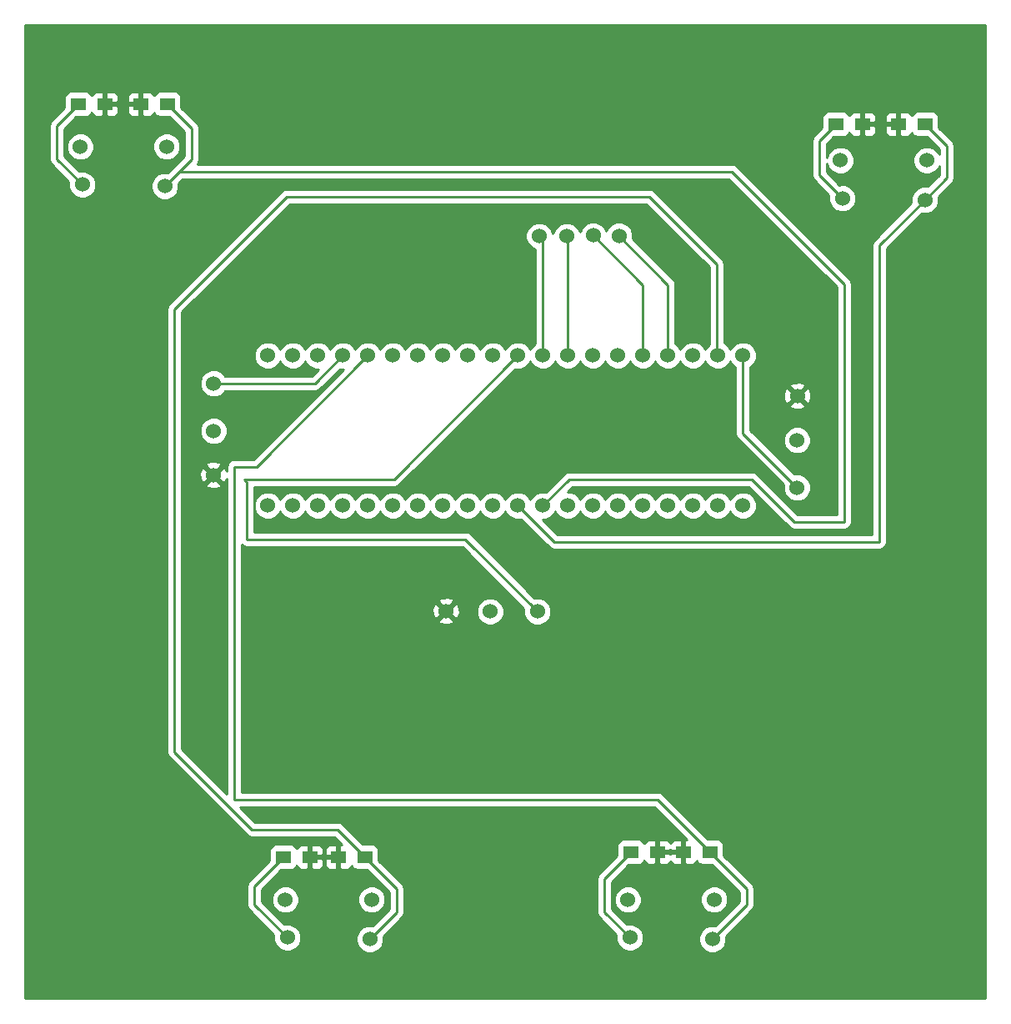
<source format=gbr>
G04 #@! TF.FileFunction,Copper,L1,Top,Signal*
%FSLAX46Y46*%
G04 Gerber Fmt 4.6, Leading zero omitted, Abs format (unit mm)*
G04 Created by KiCad (PCBNEW 4.0.7) date 10/04/18 17:08:44*
%MOMM*%
%LPD*%
G01*
G04 APERTURE LIST*
%ADD10C,0.100000*%
%ADD11C,1.524000*%
%ADD12R,1.500000X1.300000*%
%ADD13C,0.250000*%
%ADD14C,0.254000*%
G04 APERTURE END LIST*
D10*
D11*
X117055900Y-63169800D03*
X117055900Y-67970400D03*
X117017800Y-72466200D03*
X176314100Y-73736200D03*
X176314100Y-68935600D03*
X176352200Y-64439800D03*
D12*
X112348000Y-34798000D03*
X109648000Y-34798000D03*
X132414000Y-111252000D03*
X129714000Y-111252000D03*
X105998000Y-34798000D03*
X103298000Y-34798000D03*
X124126000Y-111252000D03*
X126826000Y-111252000D03*
X159432000Y-110744000D03*
X162132000Y-110744000D03*
X182960000Y-36830000D03*
X180260000Y-36830000D03*
X189310000Y-36830000D03*
X186610000Y-36830000D03*
X167466000Y-110744000D03*
X164766000Y-110744000D03*
D11*
X122555000Y-75565000D03*
X125095000Y-75565000D03*
X127635000Y-75565000D03*
X130175000Y-75565000D03*
X132715000Y-75565000D03*
X135255000Y-75565000D03*
X137795000Y-75565000D03*
X140335000Y-75565000D03*
X142875000Y-75565000D03*
X145415000Y-75565000D03*
X147955000Y-75565000D03*
X150495000Y-75565000D03*
X153035000Y-75565000D03*
X155575000Y-75565000D03*
X158115000Y-75565000D03*
X160655000Y-75565000D03*
X163195000Y-75565000D03*
X165735000Y-75565000D03*
X168275000Y-75565000D03*
X170815000Y-75565000D03*
X122555000Y-60325000D03*
X125095000Y-60325000D03*
X127635000Y-60325000D03*
X130175000Y-60325000D03*
X132715000Y-60325000D03*
X135255000Y-60325000D03*
X137795000Y-60325000D03*
X140335000Y-60325000D03*
X142875000Y-60325000D03*
X145415000Y-60325000D03*
X147955000Y-60325000D03*
X150495000Y-60325000D03*
X153035000Y-60325000D03*
X155575000Y-60325000D03*
X158115000Y-60325000D03*
X160655000Y-60325000D03*
X163195000Y-60325000D03*
X165735000Y-60325000D03*
X168275000Y-60325000D03*
X170815000Y-60325000D03*
X150114000Y-48209200D03*
X152908000Y-48209200D03*
X155618180Y-48153320D03*
X158216600Y-48181260D03*
X149936200Y-86321900D03*
X145135600Y-86321900D03*
X140639800Y-86283800D03*
X124541280Y-119443500D03*
X124325380Y-115580160D03*
X132897880Y-119585740D03*
X133093460Y-115567460D03*
X103713280Y-42989500D03*
X103497380Y-39126160D03*
X112069880Y-43131740D03*
X112265460Y-39113460D03*
X159339280Y-119443500D03*
X159123380Y-115580160D03*
X167695880Y-119585740D03*
X167891460Y-115567460D03*
X180929280Y-44386500D03*
X180713380Y-40523160D03*
X189285880Y-44528740D03*
X189481460Y-40510460D03*
D13*
X112069880Y-43131740D02*
X114808000Y-40393620D01*
X114808000Y-37258000D02*
X112348000Y-34798000D01*
X114808000Y-40393620D02*
X114808000Y-37258000D01*
X169926000Y-41910000D02*
X169672000Y-41656000D01*
X181102000Y-77216000D02*
X181102000Y-60706000D01*
X181102000Y-60706000D02*
X181102000Y-59182000D01*
X181102000Y-59182000D02*
X181102000Y-58166000D01*
X181102000Y-58166000D02*
X181102000Y-57404000D01*
X181102000Y-57404000D02*
X181102000Y-53086000D01*
X170180000Y-42164000D02*
X169926000Y-41910000D01*
X181102000Y-53086000D02*
X170180000Y-42164000D01*
X150495000Y-75565000D02*
X153162000Y-72898000D01*
X171704000Y-72898000D02*
X176022000Y-77216000D01*
X153162000Y-72898000D02*
X171704000Y-72898000D01*
X176022000Y-77216000D02*
X181102000Y-77216000D01*
X113545620Y-41656000D02*
X112069880Y-43131740D01*
X169672000Y-41656000D02*
X113545620Y-41656000D01*
X113030000Y-100584000D02*
X120904000Y-108458000D01*
X161290000Y-44196000D02*
X127000000Y-44196000D01*
X168148000Y-51054000D02*
X161290000Y-44196000D01*
X168148000Y-51562000D02*
X168148000Y-51054000D01*
X168148000Y-53340000D02*
X168148000Y-51562000D01*
X168148000Y-60198000D02*
X168148000Y-53340000D01*
X124460000Y-44196000D02*
X113030000Y-55626000D01*
X127000000Y-44196000D02*
X124460000Y-44196000D01*
X113030000Y-100584000D02*
X113030000Y-55626000D01*
X129620000Y-108458000D02*
X132414000Y-111252000D01*
X120904000Y-108458000D02*
X129620000Y-108458000D01*
X168275000Y-60325000D02*
X168148000Y-60198000D01*
X132897880Y-119585740D02*
X135636000Y-116847620D01*
X135636000Y-116847620D02*
X135636000Y-114474000D01*
X135636000Y-114474000D02*
X132414000Y-111252000D01*
X103298000Y-34798000D02*
X101092000Y-37004000D01*
X101092000Y-40368220D02*
X103713280Y-42989500D01*
X101092000Y-37004000D02*
X101092000Y-40368220D01*
X124541280Y-119443500D02*
X121158000Y-116060220D01*
X121158000Y-114220000D02*
X124126000Y-111252000D01*
X121158000Y-116060220D02*
X121158000Y-114220000D01*
X159339280Y-119443500D02*
X156718000Y-116822220D01*
X156718000Y-113458000D02*
X159432000Y-110744000D01*
X156718000Y-116822220D02*
X156718000Y-113458000D01*
X180929280Y-44386500D02*
X178562000Y-42019220D01*
X178562000Y-38528000D02*
X180260000Y-36830000D01*
X178562000Y-42019220D02*
X178562000Y-38528000D01*
X147955000Y-75565000D02*
X151638000Y-79248000D01*
X184658000Y-49156620D02*
X189285880Y-44528740D01*
X184658000Y-79248000D02*
X184658000Y-49156620D01*
X179324000Y-79248000D02*
X184658000Y-79248000D01*
X151638000Y-79248000D02*
X179324000Y-79248000D01*
X147955000Y-75565000D02*
X147828000Y-75438000D01*
X189285880Y-44528740D02*
X191516000Y-42298620D01*
X191516000Y-42298620D02*
X191516000Y-39036000D01*
X191516000Y-39036000D02*
X189310000Y-36830000D01*
X167695880Y-119585740D02*
X171196000Y-116085620D01*
X171196000Y-114474000D02*
X167466000Y-110744000D01*
X171196000Y-116085620D02*
X171196000Y-114474000D01*
X119126000Y-71628000D02*
X119126000Y-105410000D01*
X121412000Y-71628000D02*
X119126000Y-71628000D01*
X132715000Y-60325000D02*
X121412000Y-71628000D01*
X162132000Y-105410000D02*
X167466000Y-110744000D01*
X119126000Y-105410000D02*
X162132000Y-105410000D01*
X130175000Y-60325000D02*
X127330200Y-63169800D01*
X127330200Y-63169800D02*
X117055900Y-63169800D01*
X120142000Y-72898000D02*
X120396000Y-73152000D01*
X135382000Y-72898000D02*
X120142000Y-72898000D01*
X147955000Y-60325000D02*
X135382000Y-72898000D01*
X142608300Y-78994000D02*
X149936200Y-86321900D01*
X120396000Y-78994000D02*
X142608300Y-78994000D01*
X120396000Y-73152000D02*
X120396000Y-78994000D01*
X150114000Y-48209200D02*
X150495000Y-48590200D01*
X150495000Y-48590200D02*
X150495000Y-60325000D01*
X152908000Y-48209200D02*
X153035000Y-48336200D01*
X153035000Y-48336200D02*
X153035000Y-60325000D01*
X155618180Y-48153320D02*
X160655000Y-53190140D01*
X160655000Y-53190140D02*
X160655000Y-60325000D01*
X158216600Y-48181260D02*
X163195000Y-53159660D01*
X163195000Y-53159660D02*
X163195000Y-60325000D01*
X176314100Y-73736200D02*
X170815000Y-68237100D01*
X170815000Y-68237100D02*
X170815000Y-60325000D01*
D14*
G36*
X195453000Y-125603000D02*
X97917000Y-125603000D01*
X97917000Y-114220000D01*
X120398000Y-114220000D01*
X120398000Y-116060220D01*
X120455852Y-116351059D01*
X120620599Y-116597621D01*
X123157097Y-119134119D01*
X123144523Y-119164400D01*
X123144038Y-119720161D01*
X123356270Y-120233803D01*
X123748910Y-120627129D01*
X124262180Y-120840257D01*
X124817941Y-120840742D01*
X125331583Y-120628510D01*
X125724909Y-120235870D01*
X125938037Y-119722600D01*
X125938522Y-119166839D01*
X125726290Y-118653197D01*
X125333650Y-118259871D01*
X124820380Y-118046743D01*
X124264619Y-118046258D01*
X124232225Y-118059643D01*
X122029403Y-115856821D01*
X122928138Y-115856821D01*
X123140370Y-116370463D01*
X123533010Y-116763789D01*
X124046280Y-116976917D01*
X124602041Y-116977402D01*
X125115683Y-116765170D01*
X125509009Y-116372530D01*
X125722137Y-115859260D01*
X125722150Y-115844121D01*
X131696218Y-115844121D01*
X131908450Y-116357763D01*
X132301090Y-116751089D01*
X132814360Y-116964217D01*
X133370121Y-116964702D01*
X133883763Y-116752470D01*
X134277089Y-116359830D01*
X134490217Y-115846560D01*
X134490702Y-115290799D01*
X134278470Y-114777157D01*
X133885830Y-114383831D01*
X133372560Y-114170703D01*
X132816799Y-114170218D01*
X132303157Y-114382450D01*
X131909831Y-114775090D01*
X131696703Y-115288360D01*
X131696218Y-115844121D01*
X125722150Y-115844121D01*
X125722622Y-115303499D01*
X125510390Y-114789857D01*
X125117750Y-114396531D01*
X124604480Y-114183403D01*
X124048719Y-114182918D01*
X123535077Y-114395150D01*
X123141751Y-114787790D01*
X122928623Y-115301060D01*
X122928138Y-115856821D01*
X122029403Y-115856821D01*
X121918000Y-115745418D01*
X121918000Y-114534802D01*
X123903362Y-112549440D01*
X124876000Y-112549440D01*
X125111317Y-112505162D01*
X125327441Y-112366090D01*
X125472431Y-112153890D01*
X125479191Y-112120510D01*
X125537673Y-112261699D01*
X125716302Y-112440327D01*
X125949691Y-112537000D01*
X126540250Y-112537000D01*
X126699000Y-112378250D01*
X126699000Y-111379000D01*
X126953000Y-111379000D01*
X126953000Y-112378250D01*
X127111750Y-112537000D01*
X127702309Y-112537000D01*
X127935698Y-112440327D01*
X128114327Y-112261699D01*
X128211000Y-112028310D01*
X128211000Y-111537750D01*
X128329000Y-111537750D01*
X128329000Y-112028310D01*
X128425673Y-112261699D01*
X128604302Y-112440327D01*
X128837691Y-112537000D01*
X129428250Y-112537000D01*
X129587000Y-112378250D01*
X129587000Y-111379000D01*
X128487750Y-111379000D01*
X128329000Y-111537750D01*
X128211000Y-111537750D01*
X128052250Y-111379000D01*
X126953000Y-111379000D01*
X126699000Y-111379000D01*
X126679000Y-111379000D01*
X126679000Y-111125000D01*
X126699000Y-111125000D01*
X126699000Y-110125750D01*
X126953000Y-110125750D01*
X126953000Y-111125000D01*
X128052250Y-111125000D01*
X128211000Y-110966250D01*
X128211000Y-110475690D01*
X128329000Y-110475690D01*
X128329000Y-110966250D01*
X128487750Y-111125000D01*
X129587000Y-111125000D01*
X129587000Y-110125750D01*
X129428250Y-109967000D01*
X128837691Y-109967000D01*
X128604302Y-110063673D01*
X128425673Y-110242301D01*
X128329000Y-110475690D01*
X128211000Y-110475690D01*
X128114327Y-110242301D01*
X127935698Y-110063673D01*
X127702309Y-109967000D01*
X127111750Y-109967000D01*
X126953000Y-110125750D01*
X126699000Y-110125750D01*
X126540250Y-109967000D01*
X125949691Y-109967000D01*
X125716302Y-110063673D01*
X125537673Y-110242301D01*
X125481346Y-110378287D01*
X125479162Y-110366683D01*
X125340090Y-110150559D01*
X125127890Y-110005569D01*
X124876000Y-109954560D01*
X123376000Y-109954560D01*
X123140683Y-109998838D01*
X122924559Y-110137910D01*
X122779569Y-110350110D01*
X122728560Y-110602000D01*
X122728560Y-111574638D01*
X120620599Y-113682599D01*
X120455852Y-113929161D01*
X120398000Y-114220000D01*
X97917000Y-114220000D01*
X97917000Y-55626000D01*
X112270000Y-55626000D01*
X112270000Y-100584000D01*
X112327852Y-100874839D01*
X112492599Y-101121401D01*
X120366599Y-108995401D01*
X120613161Y-109160148D01*
X120904000Y-109218000D01*
X129305198Y-109218000D01*
X130054198Y-109967000D01*
X129999750Y-109967000D01*
X129841000Y-110125750D01*
X129841000Y-111125000D01*
X129861000Y-111125000D01*
X129861000Y-111379000D01*
X129841000Y-111379000D01*
X129841000Y-112378250D01*
X129999750Y-112537000D01*
X130590309Y-112537000D01*
X130823698Y-112440327D01*
X131002327Y-112261699D01*
X131058654Y-112125713D01*
X131060838Y-112137317D01*
X131199910Y-112353441D01*
X131412110Y-112498431D01*
X131664000Y-112549440D01*
X132636638Y-112549440D01*
X134876000Y-114788802D01*
X134876000Y-116532818D01*
X133207261Y-118201557D01*
X133176980Y-118188983D01*
X132621219Y-118188498D01*
X132107577Y-118400730D01*
X131714251Y-118793370D01*
X131501123Y-119306640D01*
X131500638Y-119862401D01*
X131712870Y-120376043D01*
X132105510Y-120769369D01*
X132618780Y-120982497D01*
X133174541Y-120982982D01*
X133688183Y-120770750D01*
X134081509Y-120378110D01*
X134294637Y-119864840D01*
X134295122Y-119309079D01*
X134281737Y-119276685D01*
X136173401Y-117385021D01*
X136338148Y-117138460D01*
X136347746Y-117090206D01*
X136396000Y-116847620D01*
X136396000Y-114474000D01*
X136338148Y-114183161D01*
X136173401Y-113936599D01*
X135694802Y-113458000D01*
X155958000Y-113458000D01*
X155958000Y-116822220D01*
X156015852Y-117113059D01*
X156180599Y-117359621D01*
X157955097Y-119134119D01*
X157942523Y-119164400D01*
X157942038Y-119720161D01*
X158154270Y-120233803D01*
X158546910Y-120627129D01*
X159060180Y-120840257D01*
X159615941Y-120840742D01*
X160129583Y-120628510D01*
X160522909Y-120235870D01*
X160736037Y-119722600D01*
X160736522Y-119166839D01*
X160524290Y-118653197D01*
X160131650Y-118259871D01*
X159618380Y-118046743D01*
X159062619Y-118046258D01*
X159030225Y-118059643D01*
X157478000Y-116507418D01*
X157478000Y-115856821D01*
X157726138Y-115856821D01*
X157938370Y-116370463D01*
X158331010Y-116763789D01*
X158844280Y-116976917D01*
X159400041Y-116977402D01*
X159913683Y-116765170D01*
X160307009Y-116372530D01*
X160520137Y-115859260D01*
X160520150Y-115844121D01*
X166494218Y-115844121D01*
X166706450Y-116357763D01*
X167099090Y-116751089D01*
X167612360Y-116964217D01*
X168168121Y-116964702D01*
X168681763Y-116752470D01*
X169075089Y-116359830D01*
X169288217Y-115846560D01*
X169288702Y-115290799D01*
X169076470Y-114777157D01*
X168683830Y-114383831D01*
X168170560Y-114170703D01*
X167614799Y-114170218D01*
X167101157Y-114382450D01*
X166707831Y-114775090D01*
X166494703Y-115288360D01*
X166494218Y-115844121D01*
X160520150Y-115844121D01*
X160520622Y-115303499D01*
X160308390Y-114789857D01*
X159915750Y-114396531D01*
X159402480Y-114183403D01*
X158846719Y-114182918D01*
X158333077Y-114395150D01*
X157939751Y-114787790D01*
X157726623Y-115301060D01*
X157726138Y-115856821D01*
X157478000Y-115856821D01*
X157478000Y-113772802D01*
X159209362Y-112041440D01*
X160182000Y-112041440D01*
X160417317Y-111997162D01*
X160633441Y-111858090D01*
X160778431Y-111645890D01*
X160785191Y-111612510D01*
X160843673Y-111753699D01*
X161022302Y-111932327D01*
X161255691Y-112029000D01*
X161846250Y-112029000D01*
X162005000Y-111870250D01*
X162005000Y-110871000D01*
X162259000Y-110871000D01*
X162259000Y-111870250D01*
X162417750Y-112029000D01*
X163008309Y-112029000D01*
X163241698Y-111932327D01*
X163420327Y-111753699D01*
X163449000Y-111684476D01*
X163477673Y-111753699D01*
X163656302Y-111932327D01*
X163889691Y-112029000D01*
X164480250Y-112029000D01*
X164639000Y-111870250D01*
X164639000Y-110871000D01*
X163539750Y-110871000D01*
X163449000Y-110961750D01*
X163358250Y-110871000D01*
X162259000Y-110871000D01*
X162005000Y-110871000D01*
X161985000Y-110871000D01*
X161985000Y-110617000D01*
X162005000Y-110617000D01*
X162005000Y-109617750D01*
X162259000Y-109617750D01*
X162259000Y-110617000D01*
X163358250Y-110617000D01*
X163449000Y-110526250D01*
X163539750Y-110617000D01*
X164639000Y-110617000D01*
X164639000Y-109617750D01*
X164480250Y-109459000D01*
X163889691Y-109459000D01*
X163656302Y-109555673D01*
X163477673Y-109734301D01*
X163449000Y-109803524D01*
X163420327Y-109734301D01*
X163241698Y-109555673D01*
X163008309Y-109459000D01*
X162417750Y-109459000D01*
X162259000Y-109617750D01*
X162005000Y-109617750D01*
X161846250Y-109459000D01*
X161255691Y-109459000D01*
X161022302Y-109555673D01*
X160843673Y-109734301D01*
X160787346Y-109870287D01*
X160785162Y-109858683D01*
X160646090Y-109642559D01*
X160433890Y-109497569D01*
X160182000Y-109446560D01*
X158682000Y-109446560D01*
X158446683Y-109490838D01*
X158230559Y-109629910D01*
X158085569Y-109842110D01*
X158034560Y-110094000D01*
X158034560Y-111066638D01*
X156180599Y-112920599D01*
X156015852Y-113167161D01*
X155958000Y-113458000D01*
X135694802Y-113458000D01*
X133811440Y-111574638D01*
X133811440Y-110602000D01*
X133767162Y-110366683D01*
X133628090Y-110150559D01*
X133415890Y-110005569D01*
X133164000Y-109954560D01*
X132191362Y-109954560D01*
X130157401Y-107920599D01*
X129910839Y-107755852D01*
X129620000Y-107698000D01*
X121218802Y-107698000D01*
X119690802Y-106170000D01*
X161817198Y-106170000D01*
X165106198Y-109459000D01*
X165051750Y-109459000D01*
X164893000Y-109617750D01*
X164893000Y-110617000D01*
X164913000Y-110617000D01*
X164913000Y-110871000D01*
X164893000Y-110871000D01*
X164893000Y-111870250D01*
X165051750Y-112029000D01*
X165642309Y-112029000D01*
X165875698Y-111932327D01*
X166054327Y-111753699D01*
X166110654Y-111617713D01*
X166112838Y-111629317D01*
X166251910Y-111845441D01*
X166464110Y-111990431D01*
X166716000Y-112041440D01*
X167688638Y-112041440D01*
X170436000Y-114788802D01*
X170436000Y-115770818D01*
X168005261Y-118201557D01*
X167974980Y-118188983D01*
X167419219Y-118188498D01*
X166905577Y-118400730D01*
X166512251Y-118793370D01*
X166299123Y-119306640D01*
X166298638Y-119862401D01*
X166510870Y-120376043D01*
X166903510Y-120769369D01*
X167416780Y-120982497D01*
X167972541Y-120982982D01*
X168486183Y-120770750D01*
X168879509Y-120378110D01*
X169092637Y-119864840D01*
X169093122Y-119309079D01*
X169079737Y-119276685D01*
X171733401Y-116623021D01*
X171898148Y-116376460D01*
X171956000Y-116085620D01*
X171956000Y-114474000D01*
X171898148Y-114183161D01*
X171733401Y-113936599D01*
X168863440Y-111066638D01*
X168863440Y-110094000D01*
X168819162Y-109858683D01*
X168680090Y-109642559D01*
X168467890Y-109497569D01*
X168216000Y-109446560D01*
X167243362Y-109446560D01*
X162669401Y-104872599D01*
X162422839Y-104707852D01*
X162132000Y-104650000D01*
X119886000Y-104650000D01*
X119886000Y-87264013D01*
X139839192Y-87264013D01*
X139908657Y-87506197D01*
X140432102Y-87692944D01*
X140987168Y-87665162D01*
X141370943Y-87506197D01*
X141440408Y-87264013D01*
X140639800Y-86463405D01*
X139839192Y-87264013D01*
X119886000Y-87264013D01*
X119886000Y-86076102D01*
X139230656Y-86076102D01*
X139258438Y-86631168D01*
X139417403Y-87014943D01*
X139659587Y-87084408D01*
X140460195Y-86283800D01*
X140819405Y-86283800D01*
X141620013Y-87084408D01*
X141862197Y-87014943D01*
X142010747Y-86598561D01*
X143738358Y-86598561D01*
X143950590Y-87112203D01*
X144343230Y-87505529D01*
X144856500Y-87718657D01*
X145412261Y-87719142D01*
X145925903Y-87506910D01*
X146319229Y-87114270D01*
X146532357Y-86601000D01*
X146532842Y-86045239D01*
X146320610Y-85531597D01*
X145927970Y-85138271D01*
X145414700Y-84925143D01*
X144858939Y-84924658D01*
X144345297Y-85136890D01*
X143951971Y-85529530D01*
X143738843Y-86042800D01*
X143738358Y-86598561D01*
X142010747Y-86598561D01*
X142048944Y-86491498D01*
X142021162Y-85936432D01*
X141862197Y-85552657D01*
X141620013Y-85483192D01*
X140819405Y-86283800D01*
X140460195Y-86283800D01*
X139659587Y-85483192D01*
X139417403Y-85552657D01*
X139230656Y-86076102D01*
X119886000Y-86076102D01*
X119886000Y-85303587D01*
X139839192Y-85303587D01*
X140639800Y-86104195D01*
X141440408Y-85303587D01*
X141370943Y-85061403D01*
X140847498Y-84874656D01*
X140292432Y-84902438D01*
X139908657Y-85061403D01*
X139839192Y-85303587D01*
X119886000Y-85303587D01*
X119886000Y-79549710D01*
X120105161Y-79696148D01*
X120396000Y-79754000D01*
X142293498Y-79754000D01*
X148552017Y-86012519D01*
X148539443Y-86042800D01*
X148538958Y-86598561D01*
X148751190Y-87112203D01*
X149143830Y-87505529D01*
X149657100Y-87718657D01*
X150212861Y-87719142D01*
X150726503Y-87506910D01*
X151119829Y-87114270D01*
X151332957Y-86601000D01*
X151333442Y-86045239D01*
X151121210Y-85531597D01*
X150728570Y-85138271D01*
X150215300Y-84925143D01*
X149659539Y-84924658D01*
X149627145Y-84938043D01*
X143145701Y-78456599D01*
X142899139Y-78291852D01*
X142608300Y-78234000D01*
X121156000Y-78234000D01*
X121156000Y-73658000D01*
X135382000Y-73658000D01*
X135672839Y-73600148D01*
X135919401Y-73435401D01*
X147645619Y-61709183D01*
X147675900Y-61721757D01*
X148231661Y-61722242D01*
X148745303Y-61510010D01*
X149138629Y-61117370D01*
X149224949Y-60909488D01*
X149309990Y-61115303D01*
X149702630Y-61508629D01*
X150215900Y-61721757D01*
X150771661Y-61722242D01*
X151285303Y-61510010D01*
X151678629Y-61117370D01*
X151764949Y-60909488D01*
X151849990Y-61115303D01*
X152242630Y-61508629D01*
X152755900Y-61721757D01*
X153311661Y-61722242D01*
X153825303Y-61510010D01*
X154218629Y-61117370D01*
X154304949Y-60909488D01*
X154389990Y-61115303D01*
X154782630Y-61508629D01*
X155295900Y-61721757D01*
X155851661Y-61722242D01*
X156365303Y-61510010D01*
X156758629Y-61117370D01*
X156844949Y-60909488D01*
X156929990Y-61115303D01*
X157322630Y-61508629D01*
X157835900Y-61721757D01*
X158391661Y-61722242D01*
X158905303Y-61510010D01*
X159298629Y-61117370D01*
X159384949Y-60909488D01*
X159469990Y-61115303D01*
X159862630Y-61508629D01*
X160375900Y-61721757D01*
X160931661Y-61722242D01*
X161445303Y-61510010D01*
X161838629Y-61117370D01*
X161924949Y-60909488D01*
X162009990Y-61115303D01*
X162402630Y-61508629D01*
X162915900Y-61721757D01*
X163471661Y-61722242D01*
X163985303Y-61510010D01*
X164378629Y-61117370D01*
X164464949Y-60909488D01*
X164549990Y-61115303D01*
X164942630Y-61508629D01*
X165455900Y-61721757D01*
X166011661Y-61722242D01*
X166525303Y-61510010D01*
X166918629Y-61117370D01*
X167004949Y-60909488D01*
X167089990Y-61115303D01*
X167482630Y-61508629D01*
X167995900Y-61721757D01*
X168551661Y-61722242D01*
X169065303Y-61510010D01*
X169458629Y-61117370D01*
X169544949Y-60909488D01*
X169629990Y-61115303D01*
X170022630Y-61508629D01*
X170055000Y-61522070D01*
X170055000Y-68237100D01*
X170112852Y-68527939D01*
X170277599Y-68774501D01*
X174929917Y-73426819D01*
X174917343Y-73457100D01*
X174916858Y-74012861D01*
X175129090Y-74526503D01*
X175521730Y-74919829D01*
X176035000Y-75132957D01*
X176590761Y-75133442D01*
X177104403Y-74921210D01*
X177497729Y-74528570D01*
X177710857Y-74015300D01*
X177711342Y-73459539D01*
X177499110Y-72945897D01*
X177106470Y-72552571D01*
X176593200Y-72339443D01*
X176037439Y-72338958D01*
X176005045Y-72352343D01*
X172864963Y-69212261D01*
X174916858Y-69212261D01*
X175129090Y-69725903D01*
X175521730Y-70119229D01*
X176035000Y-70332357D01*
X176590761Y-70332842D01*
X177104403Y-70120610D01*
X177497729Y-69727970D01*
X177710857Y-69214700D01*
X177711342Y-68658939D01*
X177499110Y-68145297D01*
X177106470Y-67751971D01*
X176593200Y-67538843D01*
X176037439Y-67538358D01*
X175523797Y-67750590D01*
X175130471Y-68143230D01*
X174917343Y-68656500D01*
X174916858Y-69212261D01*
X172864963Y-69212261D01*
X171575000Y-67922298D01*
X171575000Y-65420013D01*
X175551592Y-65420013D01*
X175621057Y-65662197D01*
X176144502Y-65848944D01*
X176699568Y-65821162D01*
X177083343Y-65662197D01*
X177152808Y-65420013D01*
X176352200Y-64619405D01*
X175551592Y-65420013D01*
X171575000Y-65420013D01*
X171575000Y-64232102D01*
X174943056Y-64232102D01*
X174970838Y-64787168D01*
X175129803Y-65170943D01*
X175371987Y-65240408D01*
X176172595Y-64439800D01*
X176531805Y-64439800D01*
X177332413Y-65240408D01*
X177574597Y-65170943D01*
X177761344Y-64647498D01*
X177733562Y-64092432D01*
X177574597Y-63708657D01*
X177332413Y-63639192D01*
X176531805Y-64439800D01*
X176172595Y-64439800D01*
X175371987Y-63639192D01*
X175129803Y-63708657D01*
X174943056Y-64232102D01*
X171575000Y-64232102D01*
X171575000Y-63459587D01*
X175551592Y-63459587D01*
X176352200Y-64260195D01*
X177152808Y-63459587D01*
X177083343Y-63217403D01*
X176559898Y-63030656D01*
X176004832Y-63058438D01*
X175621057Y-63217403D01*
X175551592Y-63459587D01*
X171575000Y-63459587D01*
X171575000Y-61522531D01*
X171605303Y-61510010D01*
X171998629Y-61117370D01*
X172211757Y-60604100D01*
X172212242Y-60048339D01*
X172000010Y-59534697D01*
X171607370Y-59141371D01*
X171094100Y-58928243D01*
X170538339Y-58927758D01*
X170024697Y-59139990D01*
X169631371Y-59532630D01*
X169545051Y-59740512D01*
X169460010Y-59534697D01*
X169067370Y-59141371D01*
X168908000Y-59075195D01*
X168908000Y-51054000D01*
X168850148Y-50763161D01*
X168685401Y-50516599D01*
X161827401Y-43658599D01*
X161580839Y-43493852D01*
X161290000Y-43436000D01*
X124460000Y-43436000D01*
X124169161Y-43493852D01*
X123922599Y-43658599D01*
X112492599Y-55088599D01*
X112327852Y-55335161D01*
X112270000Y-55626000D01*
X97917000Y-55626000D01*
X97917000Y-37004000D01*
X100332000Y-37004000D01*
X100332000Y-40368220D01*
X100389852Y-40659059D01*
X100554599Y-40905621D01*
X102329097Y-42680119D01*
X102316523Y-42710400D01*
X102316038Y-43266161D01*
X102528270Y-43779803D01*
X102920910Y-44173129D01*
X103434180Y-44386257D01*
X103989941Y-44386742D01*
X104503583Y-44174510D01*
X104896909Y-43781870D01*
X105110037Y-43268600D01*
X105110522Y-42712839D01*
X104898290Y-42199197D01*
X104505650Y-41805871D01*
X103992380Y-41592743D01*
X103436619Y-41592258D01*
X103404225Y-41605643D01*
X101852000Y-40053418D01*
X101852000Y-39402821D01*
X102100138Y-39402821D01*
X102312370Y-39916463D01*
X102705010Y-40309789D01*
X103218280Y-40522917D01*
X103774041Y-40523402D01*
X104287683Y-40311170D01*
X104681009Y-39918530D01*
X104894137Y-39405260D01*
X104894150Y-39390121D01*
X110868218Y-39390121D01*
X111080450Y-39903763D01*
X111473090Y-40297089D01*
X111986360Y-40510217D01*
X112542121Y-40510702D01*
X113055763Y-40298470D01*
X113449089Y-39905830D01*
X113662217Y-39392560D01*
X113662702Y-38836799D01*
X113450470Y-38323157D01*
X113057830Y-37929831D01*
X112544560Y-37716703D01*
X111988799Y-37716218D01*
X111475157Y-37928450D01*
X111081831Y-38321090D01*
X110868703Y-38834360D01*
X110868218Y-39390121D01*
X104894150Y-39390121D01*
X104894622Y-38849499D01*
X104682390Y-38335857D01*
X104289750Y-37942531D01*
X103776480Y-37729403D01*
X103220719Y-37728918D01*
X102707077Y-37941150D01*
X102313751Y-38333790D01*
X102100623Y-38847060D01*
X102100138Y-39402821D01*
X101852000Y-39402821D01*
X101852000Y-37318802D01*
X103075362Y-36095440D01*
X104048000Y-36095440D01*
X104283317Y-36051162D01*
X104499441Y-35912090D01*
X104644431Y-35699890D01*
X104651191Y-35666510D01*
X104709673Y-35807699D01*
X104888302Y-35986327D01*
X105121691Y-36083000D01*
X105712250Y-36083000D01*
X105871000Y-35924250D01*
X105871000Y-34925000D01*
X106125000Y-34925000D01*
X106125000Y-35924250D01*
X106283750Y-36083000D01*
X106874309Y-36083000D01*
X107107698Y-35986327D01*
X107286327Y-35807699D01*
X107383000Y-35574310D01*
X107383000Y-35083750D01*
X108263000Y-35083750D01*
X108263000Y-35574310D01*
X108359673Y-35807699D01*
X108538302Y-35986327D01*
X108771691Y-36083000D01*
X109362250Y-36083000D01*
X109521000Y-35924250D01*
X109521000Y-34925000D01*
X108421750Y-34925000D01*
X108263000Y-35083750D01*
X107383000Y-35083750D01*
X107224250Y-34925000D01*
X106125000Y-34925000D01*
X105871000Y-34925000D01*
X105851000Y-34925000D01*
X105851000Y-34671000D01*
X105871000Y-34671000D01*
X105871000Y-33671750D01*
X106125000Y-33671750D01*
X106125000Y-34671000D01*
X107224250Y-34671000D01*
X107383000Y-34512250D01*
X107383000Y-34021690D01*
X108263000Y-34021690D01*
X108263000Y-34512250D01*
X108421750Y-34671000D01*
X109521000Y-34671000D01*
X109521000Y-33671750D01*
X109775000Y-33671750D01*
X109775000Y-34671000D01*
X109795000Y-34671000D01*
X109795000Y-34925000D01*
X109775000Y-34925000D01*
X109775000Y-35924250D01*
X109933750Y-36083000D01*
X110524309Y-36083000D01*
X110757698Y-35986327D01*
X110936327Y-35807699D01*
X110992654Y-35671713D01*
X110994838Y-35683317D01*
X111133910Y-35899441D01*
X111346110Y-36044431D01*
X111598000Y-36095440D01*
X112570638Y-36095440D01*
X114048000Y-37572802D01*
X114048000Y-40078818D01*
X112379261Y-41747557D01*
X112348980Y-41734983D01*
X111793219Y-41734498D01*
X111279577Y-41946730D01*
X110886251Y-42339370D01*
X110673123Y-42852640D01*
X110672638Y-43408401D01*
X110884870Y-43922043D01*
X111277510Y-44315369D01*
X111790780Y-44528497D01*
X112346541Y-44528982D01*
X112860183Y-44316750D01*
X113253509Y-43924110D01*
X113466637Y-43410840D01*
X113467122Y-42855079D01*
X113453737Y-42822685D01*
X113860422Y-42416000D01*
X169357198Y-42416000D01*
X180342000Y-53400802D01*
X180342000Y-76456000D01*
X176336802Y-76456000D01*
X172241401Y-72360599D01*
X171994839Y-72195852D01*
X171704000Y-72138000D01*
X153162000Y-72138000D01*
X152871161Y-72195852D01*
X152624599Y-72360599D01*
X150804381Y-74180817D01*
X150774100Y-74168243D01*
X150218339Y-74167758D01*
X149704697Y-74379990D01*
X149311371Y-74772630D01*
X149225051Y-74980512D01*
X149140010Y-74774697D01*
X148747370Y-74381371D01*
X148234100Y-74168243D01*
X147678339Y-74167758D01*
X147164697Y-74379990D01*
X146771371Y-74772630D01*
X146685051Y-74980512D01*
X146600010Y-74774697D01*
X146207370Y-74381371D01*
X145694100Y-74168243D01*
X145138339Y-74167758D01*
X144624697Y-74379990D01*
X144231371Y-74772630D01*
X144145051Y-74980512D01*
X144060010Y-74774697D01*
X143667370Y-74381371D01*
X143154100Y-74168243D01*
X142598339Y-74167758D01*
X142084697Y-74379990D01*
X141691371Y-74772630D01*
X141605051Y-74980512D01*
X141520010Y-74774697D01*
X141127370Y-74381371D01*
X140614100Y-74168243D01*
X140058339Y-74167758D01*
X139544697Y-74379990D01*
X139151371Y-74772630D01*
X139065051Y-74980512D01*
X138980010Y-74774697D01*
X138587370Y-74381371D01*
X138074100Y-74168243D01*
X137518339Y-74167758D01*
X137004697Y-74379990D01*
X136611371Y-74772630D01*
X136525051Y-74980512D01*
X136440010Y-74774697D01*
X136047370Y-74381371D01*
X135534100Y-74168243D01*
X134978339Y-74167758D01*
X134464697Y-74379990D01*
X134071371Y-74772630D01*
X133985051Y-74980512D01*
X133900010Y-74774697D01*
X133507370Y-74381371D01*
X132994100Y-74168243D01*
X132438339Y-74167758D01*
X131924697Y-74379990D01*
X131531371Y-74772630D01*
X131445051Y-74980512D01*
X131360010Y-74774697D01*
X130967370Y-74381371D01*
X130454100Y-74168243D01*
X129898339Y-74167758D01*
X129384697Y-74379990D01*
X128991371Y-74772630D01*
X128905051Y-74980512D01*
X128820010Y-74774697D01*
X128427370Y-74381371D01*
X127914100Y-74168243D01*
X127358339Y-74167758D01*
X126844697Y-74379990D01*
X126451371Y-74772630D01*
X126365051Y-74980512D01*
X126280010Y-74774697D01*
X125887370Y-74381371D01*
X125374100Y-74168243D01*
X124818339Y-74167758D01*
X124304697Y-74379990D01*
X123911371Y-74772630D01*
X123825051Y-74980512D01*
X123740010Y-74774697D01*
X123347370Y-74381371D01*
X122834100Y-74168243D01*
X122278339Y-74167758D01*
X121764697Y-74379990D01*
X121371371Y-74772630D01*
X121158243Y-75285900D01*
X121157758Y-75841661D01*
X121369990Y-76355303D01*
X121762630Y-76748629D01*
X122275900Y-76961757D01*
X122831661Y-76962242D01*
X123345303Y-76750010D01*
X123738629Y-76357370D01*
X123824949Y-76149488D01*
X123909990Y-76355303D01*
X124302630Y-76748629D01*
X124815900Y-76961757D01*
X125371661Y-76962242D01*
X125885303Y-76750010D01*
X126278629Y-76357370D01*
X126364949Y-76149488D01*
X126449990Y-76355303D01*
X126842630Y-76748629D01*
X127355900Y-76961757D01*
X127911661Y-76962242D01*
X128425303Y-76750010D01*
X128818629Y-76357370D01*
X128904949Y-76149488D01*
X128989990Y-76355303D01*
X129382630Y-76748629D01*
X129895900Y-76961757D01*
X130451661Y-76962242D01*
X130965303Y-76750010D01*
X131358629Y-76357370D01*
X131444949Y-76149488D01*
X131529990Y-76355303D01*
X131922630Y-76748629D01*
X132435900Y-76961757D01*
X132991661Y-76962242D01*
X133505303Y-76750010D01*
X133898629Y-76357370D01*
X133984949Y-76149488D01*
X134069990Y-76355303D01*
X134462630Y-76748629D01*
X134975900Y-76961757D01*
X135531661Y-76962242D01*
X136045303Y-76750010D01*
X136438629Y-76357370D01*
X136524949Y-76149488D01*
X136609990Y-76355303D01*
X137002630Y-76748629D01*
X137515900Y-76961757D01*
X138071661Y-76962242D01*
X138585303Y-76750010D01*
X138978629Y-76357370D01*
X139064949Y-76149488D01*
X139149990Y-76355303D01*
X139542630Y-76748629D01*
X140055900Y-76961757D01*
X140611661Y-76962242D01*
X141125303Y-76750010D01*
X141518629Y-76357370D01*
X141604949Y-76149488D01*
X141689990Y-76355303D01*
X142082630Y-76748629D01*
X142595900Y-76961757D01*
X143151661Y-76962242D01*
X143665303Y-76750010D01*
X144058629Y-76357370D01*
X144144949Y-76149488D01*
X144229990Y-76355303D01*
X144622630Y-76748629D01*
X145135900Y-76961757D01*
X145691661Y-76962242D01*
X146205303Y-76750010D01*
X146598629Y-76357370D01*
X146684949Y-76149488D01*
X146769990Y-76355303D01*
X147162630Y-76748629D01*
X147675900Y-76961757D01*
X148231661Y-76962242D01*
X148264055Y-76948857D01*
X151100599Y-79785401D01*
X151347161Y-79950148D01*
X151638000Y-80008000D01*
X184658000Y-80008000D01*
X184948839Y-79950148D01*
X185195401Y-79785401D01*
X185360148Y-79538839D01*
X185418000Y-79248000D01*
X185418000Y-49471422D01*
X188976499Y-45912923D01*
X189006780Y-45925497D01*
X189562541Y-45925982D01*
X190076183Y-45713750D01*
X190469509Y-45321110D01*
X190682637Y-44807840D01*
X190683122Y-44252079D01*
X190669737Y-44219685D01*
X192053401Y-42836021D01*
X192218148Y-42589459D01*
X192276000Y-42298620D01*
X192276000Y-39036000D01*
X192218148Y-38745161D01*
X192053401Y-38498599D01*
X190707440Y-37152638D01*
X190707440Y-36180000D01*
X190663162Y-35944683D01*
X190524090Y-35728559D01*
X190311890Y-35583569D01*
X190060000Y-35532560D01*
X188560000Y-35532560D01*
X188324683Y-35576838D01*
X188108559Y-35715910D01*
X187963569Y-35928110D01*
X187956809Y-35961490D01*
X187898327Y-35820301D01*
X187719698Y-35641673D01*
X187486309Y-35545000D01*
X186895750Y-35545000D01*
X186737000Y-35703750D01*
X186737000Y-36703000D01*
X186757000Y-36703000D01*
X186757000Y-36957000D01*
X186737000Y-36957000D01*
X186737000Y-37956250D01*
X186895750Y-38115000D01*
X187486309Y-38115000D01*
X187719698Y-38018327D01*
X187898327Y-37839699D01*
X187954654Y-37703713D01*
X187956838Y-37715317D01*
X188095910Y-37931441D01*
X188308110Y-38076431D01*
X188560000Y-38127440D01*
X189532638Y-38127440D01*
X190756000Y-39350802D01*
X190756000Y-39936837D01*
X190666470Y-39720157D01*
X190273830Y-39326831D01*
X189760560Y-39113703D01*
X189204799Y-39113218D01*
X188691157Y-39325450D01*
X188297831Y-39718090D01*
X188084703Y-40231360D01*
X188084218Y-40787121D01*
X188296450Y-41300763D01*
X188689090Y-41694089D01*
X189202360Y-41907217D01*
X189758121Y-41907702D01*
X190271763Y-41695470D01*
X190665089Y-41302830D01*
X190756000Y-41083892D01*
X190756000Y-41983818D01*
X189595261Y-43144557D01*
X189564980Y-43131983D01*
X189009219Y-43131498D01*
X188495577Y-43343730D01*
X188102251Y-43736370D01*
X187889123Y-44249640D01*
X187888638Y-44805401D01*
X187902023Y-44837795D01*
X184120599Y-48619219D01*
X183955852Y-48865781D01*
X183898000Y-49156620D01*
X183898000Y-78488000D01*
X151952802Y-78488000D01*
X150426743Y-76961941D01*
X150771661Y-76962242D01*
X151285303Y-76750010D01*
X151678629Y-76357370D01*
X151764949Y-76149488D01*
X151849990Y-76355303D01*
X152242630Y-76748629D01*
X152755900Y-76961757D01*
X153311661Y-76962242D01*
X153825303Y-76750010D01*
X154218629Y-76357370D01*
X154304949Y-76149488D01*
X154389990Y-76355303D01*
X154782630Y-76748629D01*
X155295900Y-76961757D01*
X155851661Y-76962242D01*
X156365303Y-76750010D01*
X156758629Y-76357370D01*
X156844949Y-76149488D01*
X156929990Y-76355303D01*
X157322630Y-76748629D01*
X157835900Y-76961757D01*
X158391661Y-76962242D01*
X158905303Y-76750010D01*
X159298629Y-76357370D01*
X159384949Y-76149488D01*
X159469990Y-76355303D01*
X159862630Y-76748629D01*
X160375900Y-76961757D01*
X160931661Y-76962242D01*
X161445303Y-76750010D01*
X161838629Y-76357370D01*
X161924949Y-76149488D01*
X162009990Y-76355303D01*
X162402630Y-76748629D01*
X162915900Y-76961757D01*
X163471661Y-76962242D01*
X163985303Y-76750010D01*
X164378629Y-76357370D01*
X164464949Y-76149488D01*
X164549990Y-76355303D01*
X164942630Y-76748629D01*
X165455900Y-76961757D01*
X166011661Y-76962242D01*
X166525303Y-76750010D01*
X166918629Y-76357370D01*
X167004949Y-76149488D01*
X167089990Y-76355303D01*
X167482630Y-76748629D01*
X167995900Y-76961757D01*
X168551661Y-76962242D01*
X169065303Y-76750010D01*
X169458629Y-76357370D01*
X169544949Y-76149488D01*
X169629990Y-76355303D01*
X170022630Y-76748629D01*
X170535900Y-76961757D01*
X171091661Y-76962242D01*
X171605303Y-76750010D01*
X171998629Y-76357370D01*
X172211757Y-75844100D01*
X172212242Y-75288339D01*
X172000010Y-74774697D01*
X171607370Y-74381371D01*
X171094100Y-74168243D01*
X170538339Y-74167758D01*
X170024697Y-74379990D01*
X169631371Y-74772630D01*
X169545051Y-74980512D01*
X169460010Y-74774697D01*
X169067370Y-74381371D01*
X168554100Y-74168243D01*
X167998339Y-74167758D01*
X167484697Y-74379990D01*
X167091371Y-74772630D01*
X167005051Y-74980512D01*
X166920010Y-74774697D01*
X166527370Y-74381371D01*
X166014100Y-74168243D01*
X165458339Y-74167758D01*
X164944697Y-74379990D01*
X164551371Y-74772630D01*
X164465051Y-74980512D01*
X164380010Y-74774697D01*
X163987370Y-74381371D01*
X163474100Y-74168243D01*
X162918339Y-74167758D01*
X162404697Y-74379990D01*
X162011371Y-74772630D01*
X161925051Y-74980512D01*
X161840010Y-74774697D01*
X161447370Y-74381371D01*
X160934100Y-74168243D01*
X160378339Y-74167758D01*
X159864697Y-74379990D01*
X159471371Y-74772630D01*
X159385051Y-74980512D01*
X159300010Y-74774697D01*
X158907370Y-74381371D01*
X158394100Y-74168243D01*
X157838339Y-74167758D01*
X157324697Y-74379990D01*
X156931371Y-74772630D01*
X156845051Y-74980512D01*
X156760010Y-74774697D01*
X156367370Y-74381371D01*
X155854100Y-74168243D01*
X155298339Y-74167758D01*
X154784697Y-74379990D01*
X154391371Y-74772630D01*
X154305051Y-74980512D01*
X154220010Y-74774697D01*
X153827370Y-74381371D01*
X153314100Y-74168243D01*
X152966862Y-74167940D01*
X153476802Y-73658000D01*
X171389198Y-73658000D01*
X175484599Y-77753401D01*
X175731161Y-77918148D01*
X176022000Y-77976000D01*
X181102000Y-77976000D01*
X181392839Y-77918148D01*
X181639401Y-77753401D01*
X181804148Y-77506839D01*
X181862000Y-77216000D01*
X181862000Y-53086000D01*
X181804148Y-52795161D01*
X181639401Y-52548599D01*
X170209401Y-41118599D01*
X169962839Y-40953852D01*
X169672000Y-40896000D01*
X115368801Y-40896000D01*
X115510148Y-40684460D01*
X115519746Y-40636206D01*
X115568000Y-40393620D01*
X115568000Y-38528000D01*
X177802000Y-38528000D01*
X177802000Y-42019220D01*
X177859852Y-42310059D01*
X178024599Y-42556621D01*
X179545097Y-44077119D01*
X179532523Y-44107400D01*
X179532038Y-44663161D01*
X179744270Y-45176803D01*
X180136910Y-45570129D01*
X180650180Y-45783257D01*
X181205941Y-45783742D01*
X181719583Y-45571510D01*
X182112909Y-45178870D01*
X182326037Y-44665600D01*
X182326522Y-44109839D01*
X182114290Y-43596197D01*
X181721650Y-43202871D01*
X181208380Y-42989743D01*
X180652619Y-42989258D01*
X180620225Y-43002643D01*
X179322000Y-41704418D01*
X179322000Y-40814008D01*
X179528370Y-41313463D01*
X179921010Y-41706789D01*
X180434280Y-41919917D01*
X180990041Y-41920402D01*
X181503683Y-41708170D01*
X181897009Y-41315530D01*
X182110137Y-40802260D01*
X182110622Y-40246499D01*
X181898390Y-39732857D01*
X181505750Y-39339531D01*
X180992480Y-39126403D01*
X180436719Y-39125918D01*
X179923077Y-39338150D01*
X179529751Y-39730790D01*
X179322000Y-40231111D01*
X179322000Y-38842802D01*
X180037362Y-38127440D01*
X181010000Y-38127440D01*
X181245317Y-38083162D01*
X181461441Y-37944090D01*
X181606431Y-37731890D01*
X181613191Y-37698510D01*
X181671673Y-37839699D01*
X181850302Y-38018327D01*
X182083691Y-38115000D01*
X182674250Y-38115000D01*
X182833000Y-37956250D01*
X182833000Y-36957000D01*
X183087000Y-36957000D01*
X183087000Y-37956250D01*
X183245750Y-38115000D01*
X183836309Y-38115000D01*
X184069698Y-38018327D01*
X184248327Y-37839699D01*
X184345000Y-37606310D01*
X184345000Y-37115750D01*
X185225000Y-37115750D01*
X185225000Y-37606310D01*
X185321673Y-37839699D01*
X185500302Y-38018327D01*
X185733691Y-38115000D01*
X186324250Y-38115000D01*
X186483000Y-37956250D01*
X186483000Y-36957000D01*
X185383750Y-36957000D01*
X185225000Y-37115750D01*
X184345000Y-37115750D01*
X184186250Y-36957000D01*
X183087000Y-36957000D01*
X182833000Y-36957000D01*
X182813000Y-36957000D01*
X182813000Y-36703000D01*
X182833000Y-36703000D01*
X182833000Y-35703750D01*
X183087000Y-35703750D01*
X183087000Y-36703000D01*
X184186250Y-36703000D01*
X184345000Y-36544250D01*
X184345000Y-36053690D01*
X185225000Y-36053690D01*
X185225000Y-36544250D01*
X185383750Y-36703000D01*
X186483000Y-36703000D01*
X186483000Y-35703750D01*
X186324250Y-35545000D01*
X185733691Y-35545000D01*
X185500302Y-35641673D01*
X185321673Y-35820301D01*
X185225000Y-36053690D01*
X184345000Y-36053690D01*
X184248327Y-35820301D01*
X184069698Y-35641673D01*
X183836309Y-35545000D01*
X183245750Y-35545000D01*
X183087000Y-35703750D01*
X182833000Y-35703750D01*
X182674250Y-35545000D01*
X182083691Y-35545000D01*
X181850302Y-35641673D01*
X181671673Y-35820301D01*
X181615346Y-35956287D01*
X181613162Y-35944683D01*
X181474090Y-35728559D01*
X181261890Y-35583569D01*
X181010000Y-35532560D01*
X179510000Y-35532560D01*
X179274683Y-35576838D01*
X179058559Y-35715910D01*
X178913569Y-35928110D01*
X178862560Y-36180000D01*
X178862560Y-37152638D01*
X178024599Y-37990599D01*
X177859852Y-38237161D01*
X177802000Y-38528000D01*
X115568000Y-38528000D01*
X115568000Y-37258000D01*
X115540717Y-37120839D01*
X115510148Y-36967160D01*
X115345401Y-36720599D01*
X113745440Y-35120638D01*
X113745440Y-34148000D01*
X113701162Y-33912683D01*
X113562090Y-33696559D01*
X113349890Y-33551569D01*
X113098000Y-33500560D01*
X111598000Y-33500560D01*
X111362683Y-33544838D01*
X111146559Y-33683910D01*
X111001569Y-33896110D01*
X110994809Y-33929490D01*
X110936327Y-33788301D01*
X110757698Y-33609673D01*
X110524309Y-33513000D01*
X109933750Y-33513000D01*
X109775000Y-33671750D01*
X109521000Y-33671750D01*
X109362250Y-33513000D01*
X108771691Y-33513000D01*
X108538302Y-33609673D01*
X108359673Y-33788301D01*
X108263000Y-34021690D01*
X107383000Y-34021690D01*
X107286327Y-33788301D01*
X107107698Y-33609673D01*
X106874309Y-33513000D01*
X106283750Y-33513000D01*
X106125000Y-33671750D01*
X105871000Y-33671750D01*
X105712250Y-33513000D01*
X105121691Y-33513000D01*
X104888302Y-33609673D01*
X104709673Y-33788301D01*
X104653346Y-33924287D01*
X104651162Y-33912683D01*
X104512090Y-33696559D01*
X104299890Y-33551569D01*
X104048000Y-33500560D01*
X102548000Y-33500560D01*
X102312683Y-33544838D01*
X102096559Y-33683910D01*
X101951569Y-33896110D01*
X101900560Y-34148000D01*
X101900560Y-35120638D01*
X100554599Y-36466599D01*
X100389852Y-36713161D01*
X100332000Y-37004000D01*
X97917000Y-37004000D01*
X97917000Y-26797000D01*
X195453000Y-26797000D01*
X195453000Y-125603000D01*
X195453000Y-125603000D01*
G37*
X195453000Y-125603000D02*
X97917000Y-125603000D01*
X97917000Y-114220000D01*
X120398000Y-114220000D01*
X120398000Y-116060220D01*
X120455852Y-116351059D01*
X120620599Y-116597621D01*
X123157097Y-119134119D01*
X123144523Y-119164400D01*
X123144038Y-119720161D01*
X123356270Y-120233803D01*
X123748910Y-120627129D01*
X124262180Y-120840257D01*
X124817941Y-120840742D01*
X125331583Y-120628510D01*
X125724909Y-120235870D01*
X125938037Y-119722600D01*
X125938522Y-119166839D01*
X125726290Y-118653197D01*
X125333650Y-118259871D01*
X124820380Y-118046743D01*
X124264619Y-118046258D01*
X124232225Y-118059643D01*
X122029403Y-115856821D01*
X122928138Y-115856821D01*
X123140370Y-116370463D01*
X123533010Y-116763789D01*
X124046280Y-116976917D01*
X124602041Y-116977402D01*
X125115683Y-116765170D01*
X125509009Y-116372530D01*
X125722137Y-115859260D01*
X125722150Y-115844121D01*
X131696218Y-115844121D01*
X131908450Y-116357763D01*
X132301090Y-116751089D01*
X132814360Y-116964217D01*
X133370121Y-116964702D01*
X133883763Y-116752470D01*
X134277089Y-116359830D01*
X134490217Y-115846560D01*
X134490702Y-115290799D01*
X134278470Y-114777157D01*
X133885830Y-114383831D01*
X133372560Y-114170703D01*
X132816799Y-114170218D01*
X132303157Y-114382450D01*
X131909831Y-114775090D01*
X131696703Y-115288360D01*
X131696218Y-115844121D01*
X125722150Y-115844121D01*
X125722622Y-115303499D01*
X125510390Y-114789857D01*
X125117750Y-114396531D01*
X124604480Y-114183403D01*
X124048719Y-114182918D01*
X123535077Y-114395150D01*
X123141751Y-114787790D01*
X122928623Y-115301060D01*
X122928138Y-115856821D01*
X122029403Y-115856821D01*
X121918000Y-115745418D01*
X121918000Y-114534802D01*
X123903362Y-112549440D01*
X124876000Y-112549440D01*
X125111317Y-112505162D01*
X125327441Y-112366090D01*
X125472431Y-112153890D01*
X125479191Y-112120510D01*
X125537673Y-112261699D01*
X125716302Y-112440327D01*
X125949691Y-112537000D01*
X126540250Y-112537000D01*
X126699000Y-112378250D01*
X126699000Y-111379000D01*
X126953000Y-111379000D01*
X126953000Y-112378250D01*
X127111750Y-112537000D01*
X127702309Y-112537000D01*
X127935698Y-112440327D01*
X128114327Y-112261699D01*
X128211000Y-112028310D01*
X128211000Y-111537750D01*
X128329000Y-111537750D01*
X128329000Y-112028310D01*
X128425673Y-112261699D01*
X128604302Y-112440327D01*
X128837691Y-112537000D01*
X129428250Y-112537000D01*
X129587000Y-112378250D01*
X129587000Y-111379000D01*
X128487750Y-111379000D01*
X128329000Y-111537750D01*
X128211000Y-111537750D01*
X128052250Y-111379000D01*
X126953000Y-111379000D01*
X126699000Y-111379000D01*
X126679000Y-111379000D01*
X126679000Y-111125000D01*
X126699000Y-111125000D01*
X126699000Y-110125750D01*
X126953000Y-110125750D01*
X126953000Y-111125000D01*
X128052250Y-111125000D01*
X128211000Y-110966250D01*
X128211000Y-110475690D01*
X128329000Y-110475690D01*
X128329000Y-110966250D01*
X128487750Y-111125000D01*
X129587000Y-111125000D01*
X129587000Y-110125750D01*
X129428250Y-109967000D01*
X128837691Y-109967000D01*
X128604302Y-110063673D01*
X128425673Y-110242301D01*
X128329000Y-110475690D01*
X128211000Y-110475690D01*
X128114327Y-110242301D01*
X127935698Y-110063673D01*
X127702309Y-109967000D01*
X127111750Y-109967000D01*
X126953000Y-110125750D01*
X126699000Y-110125750D01*
X126540250Y-109967000D01*
X125949691Y-109967000D01*
X125716302Y-110063673D01*
X125537673Y-110242301D01*
X125481346Y-110378287D01*
X125479162Y-110366683D01*
X125340090Y-110150559D01*
X125127890Y-110005569D01*
X124876000Y-109954560D01*
X123376000Y-109954560D01*
X123140683Y-109998838D01*
X122924559Y-110137910D01*
X122779569Y-110350110D01*
X122728560Y-110602000D01*
X122728560Y-111574638D01*
X120620599Y-113682599D01*
X120455852Y-113929161D01*
X120398000Y-114220000D01*
X97917000Y-114220000D01*
X97917000Y-55626000D01*
X112270000Y-55626000D01*
X112270000Y-100584000D01*
X112327852Y-100874839D01*
X112492599Y-101121401D01*
X120366599Y-108995401D01*
X120613161Y-109160148D01*
X120904000Y-109218000D01*
X129305198Y-109218000D01*
X130054198Y-109967000D01*
X129999750Y-109967000D01*
X129841000Y-110125750D01*
X129841000Y-111125000D01*
X129861000Y-111125000D01*
X129861000Y-111379000D01*
X129841000Y-111379000D01*
X129841000Y-112378250D01*
X129999750Y-112537000D01*
X130590309Y-112537000D01*
X130823698Y-112440327D01*
X131002327Y-112261699D01*
X131058654Y-112125713D01*
X131060838Y-112137317D01*
X131199910Y-112353441D01*
X131412110Y-112498431D01*
X131664000Y-112549440D01*
X132636638Y-112549440D01*
X134876000Y-114788802D01*
X134876000Y-116532818D01*
X133207261Y-118201557D01*
X133176980Y-118188983D01*
X132621219Y-118188498D01*
X132107577Y-118400730D01*
X131714251Y-118793370D01*
X131501123Y-119306640D01*
X131500638Y-119862401D01*
X131712870Y-120376043D01*
X132105510Y-120769369D01*
X132618780Y-120982497D01*
X133174541Y-120982982D01*
X133688183Y-120770750D01*
X134081509Y-120378110D01*
X134294637Y-119864840D01*
X134295122Y-119309079D01*
X134281737Y-119276685D01*
X136173401Y-117385021D01*
X136338148Y-117138460D01*
X136347746Y-117090206D01*
X136396000Y-116847620D01*
X136396000Y-114474000D01*
X136338148Y-114183161D01*
X136173401Y-113936599D01*
X135694802Y-113458000D01*
X155958000Y-113458000D01*
X155958000Y-116822220D01*
X156015852Y-117113059D01*
X156180599Y-117359621D01*
X157955097Y-119134119D01*
X157942523Y-119164400D01*
X157942038Y-119720161D01*
X158154270Y-120233803D01*
X158546910Y-120627129D01*
X159060180Y-120840257D01*
X159615941Y-120840742D01*
X160129583Y-120628510D01*
X160522909Y-120235870D01*
X160736037Y-119722600D01*
X160736522Y-119166839D01*
X160524290Y-118653197D01*
X160131650Y-118259871D01*
X159618380Y-118046743D01*
X159062619Y-118046258D01*
X159030225Y-118059643D01*
X157478000Y-116507418D01*
X157478000Y-115856821D01*
X157726138Y-115856821D01*
X157938370Y-116370463D01*
X158331010Y-116763789D01*
X158844280Y-116976917D01*
X159400041Y-116977402D01*
X159913683Y-116765170D01*
X160307009Y-116372530D01*
X160520137Y-115859260D01*
X160520150Y-115844121D01*
X166494218Y-115844121D01*
X166706450Y-116357763D01*
X167099090Y-116751089D01*
X167612360Y-116964217D01*
X168168121Y-116964702D01*
X168681763Y-116752470D01*
X169075089Y-116359830D01*
X169288217Y-115846560D01*
X169288702Y-115290799D01*
X169076470Y-114777157D01*
X168683830Y-114383831D01*
X168170560Y-114170703D01*
X167614799Y-114170218D01*
X167101157Y-114382450D01*
X166707831Y-114775090D01*
X166494703Y-115288360D01*
X166494218Y-115844121D01*
X160520150Y-115844121D01*
X160520622Y-115303499D01*
X160308390Y-114789857D01*
X159915750Y-114396531D01*
X159402480Y-114183403D01*
X158846719Y-114182918D01*
X158333077Y-114395150D01*
X157939751Y-114787790D01*
X157726623Y-115301060D01*
X157726138Y-115856821D01*
X157478000Y-115856821D01*
X157478000Y-113772802D01*
X159209362Y-112041440D01*
X160182000Y-112041440D01*
X160417317Y-111997162D01*
X160633441Y-111858090D01*
X160778431Y-111645890D01*
X160785191Y-111612510D01*
X160843673Y-111753699D01*
X161022302Y-111932327D01*
X161255691Y-112029000D01*
X161846250Y-112029000D01*
X162005000Y-111870250D01*
X162005000Y-110871000D01*
X162259000Y-110871000D01*
X162259000Y-111870250D01*
X162417750Y-112029000D01*
X163008309Y-112029000D01*
X163241698Y-111932327D01*
X163420327Y-111753699D01*
X163449000Y-111684476D01*
X163477673Y-111753699D01*
X163656302Y-111932327D01*
X163889691Y-112029000D01*
X164480250Y-112029000D01*
X164639000Y-111870250D01*
X164639000Y-110871000D01*
X163539750Y-110871000D01*
X163449000Y-110961750D01*
X163358250Y-110871000D01*
X162259000Y-110871000D01*
X162005000Y-110871000D01*
X161985000Y-110871000D01*
X161985000Y-110617000D01*
X162005000Y-110617000D01*
X162005000Y-109617750D01*
X162259000Y-109617750D01*
X162259000Y-110617000D01*
X163358250Y-110617000D01*
X163449000Y-110526250D01*
X163539750Y-110617000D01*
X164639000Y-110617000D01*
X164639000Y-109617750D01*
X164480250Y-109459000D01*
X163889691Y-109459000D01*
X163656302Y-109555673D01*
X163477673Y-109734301D01*
X163449000Y-109803524D01*
X163420327Y-109734301D01*
X163241698Y-109555673D01*
X163008309Y-109459000D01*
X162417750Y-109459000D01*
X162259000Y-109617750D01*
X162005000Y-109617750D01*
X161846250Y-109459000D01*
X161255691Y-109459000D01*
X161022302Y-109555673D01*
X160843673Y-109734301D01*
X160787346Y-109870287D01*
X160785162Y-109858683D01*
X160646090Y-109642559D01*
X160433890Y-109497569D01*
X160182000Y-109446560D01*
X158682000Y-109446560D01*
X158446683Y-109490838D01*
X158230559Y-109629910D01*
X158085569Y-109842110D01*
X158034560Y-110094000D01*
X158034560Y-111066638D01*
X156180599Y-112920599D01*
X156015852Y-113167161D01*
X155958000Y-113458000D01*
X135694802Y-113458000D01*
X133811440Y-111574638D01*
X133811440Y-110602000D01*
X133767162Y-110366683D01*
X133628090Y-110150559D01*
X133415890Y-110005569D01*
X133164000Y-109954560D01*
X132191362Y-109954560D01*
X130157401Y-107920599D01*
X129910839Y-107755852D01*
X129620000Y-107698000D01*
X121218802Y-107698000D01*
X119690802Y-106170000D01*
X161817198Y-106170000D01*
X165106198Y-109459000D01*
X165051750Y-109459000D01*
X164893000Y-109617750D01*
X164893000Y-110617000D01*
X164913000Y-110617000D01*
X164913000Y-110871000D01*
X164893000Y-110871000D01*
X164893000Y-111870250D01*
X165051750Y-112029000D01*
X165642309Y-112029000D01*
X165875698Y-111932327D01*
X166054327Y-111753699D01*
X166110654Y-111617713D01*
X166112838Y-111629317D01*
X166251910Y-111845441D01*
X166464110Y-111990431D01*
X166716000Y-112041440D01*
X167688638Y-112041440D01*
X170436000Y-114788802D01*
X170436000Y-115770818D01*
X168005261Y-118201557D01*
X167974980Y-118188983D01*
X167419219Y-118188498D01*
X166905577Y-118400730D01*
X166512251Y-118793370D01*
X166299123Y-119306640D01*
X166298638Y-119862401D01*
X166510870Y-120376043D01*
X166903510Y-120769369D01*
X167416780Y-120982497D01*
X167972541Y-120982982D01*
X168486183Y-120770750D01*
X168879509Y-120378110D01*
X169092637Y-119864840D01*
X169093122Y-119309079D01*
X169079737Y-119276685D01*
X171733401Y-116623021D01*
X171898148Y-116376460D01*
X171956000Y-116085620D01*
X171956000Y-114474000D01*
X171898148Y-114183161D01*
X171733401Y-113936599D01*
X168863440Y-111066638D01*
X168863440Y-110094000D01*
X168819162Y-109858683D01*
X168680090Y-109642559D01*
X168467890Y-109497569D01*
X168216000Y-109446560D01*
X167243362Y-109446560D01*
X162669401Y-104872599D01*
X162422839Y-104707852D01*
X162132000Y-104650000D01*
X119886000Y-104650000D01*
X119886000Y-87264013D01*
X139839192Y-87264013D01*
X139908657Y-87506197D01*
X140432102Y-87692944D01*
X140987168Y-87665162D01*
X141370943Y-87506197D01*
X141440408Y-87264013D01*
X140639800Y-86463405D01*
X139839192Y-87264013D01*
X119886000Y-87264013D01*
X119886000Y-86076102D01*
X139230656Y-86076102D01*
X139258438Y-86631168D01*
X139417403Y-87014943D01*
X139659587Y-87084408D01*
X140460195Y-86283800D01*
X140819405Y-86283800D01*
X141620013Y-87084408D01*
X141862197Y-87014943D01*
X142010747Y-86598561D01*
X143738358Y-86598561D01*
X143950590Y-87112203D01*
X144343230Y-87505529D01*
X144856500Y-87718657D01*
X145412261Y-87719142D01*
X145925903Y-87506910D01*
X146319229Y-87114270D01*
X146532357Y-86601000D01*
X146532842Y-86045239D01*
X146320610Y-85531597D01*
X145927970Y-85138271D01*
X145414700Y-84925143D01*
X144858939Y-84924658D01*
X144345297Y-85136890D01*
X143951971Y-85529530D01*
X143738843Y-86042800D01*
X143738358Y-86598561D01*
X142010747Y-86598561D01*
X142048944Y-86491498D01*
X142021162Y-85936432D01*
X141862197Y-85552657D01*
X141620013Y-85483192D01*
X140819405Y-86283800D01*
X140460195Y-86283800D01*
X139659587Y-85483192D01*
X139417403Y-85552657D01*
X139230656Y-86076102D01*
X119886000Y-86076102D01*
X119886000Y-85303587D01*
X139839192Y-85303587D01*
X140639800Y-86104195D01*
X141440408Y-85303587D01*
X141370943Y-85061403D01*
X140847498Y-84874656D01*
X140292432Y-84902438D01*
X139908657Y-85061403D01*
X139839192Y-85303587D01*
X119886000Y-85303587D01*
X119886000Y-79549710D01*
X120105161Y-79696148D01*
X120396000Y-79754000D01*
X142293498Y-79754000D01*
X148552017Y-86012519D01*
X148539443Y-86042800D01*
X148538958Y-86598561D01*
X148751190Y-87112203D01*
X149143830Y-87505529D01*
X149657100Y-87718657D01*
X150212861Y-87719142D01*
X150726503Y-87506910D01*
X151119829Y-87114270D01*
X151332957Y-86601000D01*
X151333442Y-86045239D01*
X151121210Y-85531597D01*
X150728570Y-85138271D01*
X150215300Y-84925143D01*
X149659539Y-84924658D01*
X149627145Y-84938043D01*
X143145701Y-78456599D01*
X142899139Y-78291852D01*
X142608300Y-78234000D01*
X121156000Y-78234000D01*
X121156000Y-73658000D01*
X135382000Y-73658000D01*
X135672839Y-73600148D01*
X135919401Y-73435401D01*
X147645619Y-61709183D01*
X147675900Y-61721757D01*
X148231661Y-61722242D01*
X148745303Y-61510010D01*
X149138629Y-61117370D01*
X149224949Y-60909488D01*
X149309990Y-61115303D01*
X149702630Y-61508629D01*
X150215900Y-61721757D01*
X150771661Y-61722242D01*
X151285303Y-61510010D01*
X151678629Y-61117370D01*
X151764949Y-60909488D01*
X151849990Y-61115303D01*
X152242630Y-61508629D01*
X152755900Y-61721757D01*
X153311661Y-61722242D01*
X153825303Y-61510010D01*
X154218629Y-61117370D01*
X154304949Y-60909488D01*
X154389990Y-61115303D01*
X154782630Y-61508629D01*
X155295900Y-61721757D01*
X155851661Y-61722242D01*
X156365303Y-61510010D01*
X156758629Y-61117370D01*
X156844949Y-60909488D01*
X156929990Y-61115303D01*
X157322630Y-61508629D01*
X157835900Y-61721757D01*
X158391661Y-61722242D01*
X158905303Y-61510010D01*
X159298629Y-61117370D01*
X159384949Y-60909488D01*
X159469990Y-61115303D01*
X159862630Y-61508629D01*
X160375900Y-61721757D01*
X160931661Y-61722242D01*
X161445303Y-61510010D01*
X161838629Y-61117370D01*
X161924949Y-60909488D01*
X162009990Y-61115303D01*
X162402630Y-61508629D01*
X162915900Y-61721757D01*
X163471661Y-61722242D01*
X163985303Y-61510010D01*
X164378629Y-61117370D01*
X164464949Y-60909488D01*
X164549990Y-61115303D01*
X164942630Y-61508629D01*
X165455900Y-61721757D01*
X166011661Y-61722242D01*
X166525303Y-61510010D01*
X166918629Y-61117370D01*
X167004949Y-60909488D01*
X167089990Y-61115303D01*
X167482630Y-61508629D01*
X167995900Y-61721757D01*
X168551661Y-61722242D01*
X169065303Y-61510010D01*
X169458629Y-61117370D01*
X169544949Y-60909488D01*
X169629990Y-61115303D01*
X170022630Y-61508629D01*
X170055000Y-61522070D01*
X170055000Y-68237100D01*
X170112852Y-68527939D01*
X170277599Y-68774501D01*
X174929917Y-73426819D01*
X174917343Y-73457100D01*
X174916858Y-74012861D01*
X175129090Y-74526503D01*
X175521730Y-74919829D01*
X176035000Y-75132957D01*
X176590761Y-75133442D01*
X177104403Y-74921210D01*
X177497729Y-74528570D01*
X177710857Y-74015300D01*
X177711342Y-73459539D01*
X177499110Y-72945897D01*
X177106470Y-72552571D01*
X176593200Y-72339443D01*
X176037439Y-72338958D01*
X176005045Y-72352343D01*
X172864963Y-69212261D01*
X174916858Y-69212261D01*
X175129090Y-69725903D01*
X175521730Y-70119229D01*
X176035000Y-70332357D01*
X176590761Y-70332842D01*
X177104403Y-70120610D01*
X177497729Y-69727970D01*
X177710857Y-69214700D01*
X177711342Y-68658939D01*
X177499110Y-68145297D01*
X177106470Y-67751971D01*
X176593200Y-67538843D01*
X176037439Y-67538358D01*
X175523797Y-67750590D01*
X175130471Y-68143230D01*
X174917343Y-68656500D01*
X174916858Y-69212261D01*
X172864963Y-69212261D01*
X171575000Y-67922298D01*
X171575000Y-65420013D01*
X175551592Y-65420013D01*
X175621057Y-65662197D01*
X176144502Y-65848944D01*
X176699568Y-65821162D01*
X177083343Y-65662197D01*
X177152808Y-65420013D01*
X176352200Y-64619405D01*
X175551592Y-65420013D01*
X171575000Y-65420013D01*
X171575000Y-64232102D01*
X174943056Y-64232102D01*
X174970838Y-64787168D01*
X175129803Y-65170943D01*
X175371987Y-65240408D01*
X176172595Y-64439800D01*
X176531805Y-64439800D01*
X177332413Y-65240408D01*
X177574597Y-65170943D01*
X177761344Y-64647498D01*
X177733562Y-64092432D01*
X177574597Y-63708657D01*
X177332413Y-63639192D01*
X176531805Y-64439800D01*
X176172595Y-64439800D01*
X175371987Y-63639192D01*
X175129803Y-63708657D01*
X174943056Y-64232102D01*
X171575000Y-64232102D01*
X171575000Y-63459587D01*
X175551592Y-63459587D01*
X176352200Y-64260195D01*
X177152808Y-63459587D01*
X177083343Y-63217403D01*
X176559898Y-63030656D01*
X176004832Y-63058438D01*
X175621057Y-63217403D01*
X175551592Y-63459587D01*
X171575000Y-63459587D01*
X171575000Y-61522531D01*
X171605303Y-61510010D01*
X171998629Y-61117370D01*
X172211757Y-60604100D01*
X172212242Y-60048339D01*
X172000010Y-59534697D01*
X171607370Y-59141371D01*
X171094100Y-58928243D01*
X170538339Y-58927758D01*
X170024697Y-59139990D01*
X169631371Y-59532630D01*
X169545051Y-59740512D01*
X169460010Y-59534697D01*
X169067370Y-59141371D01*
X168908000Y-59075195D01*
X168908000Y-51054000D01*
X168850148Y-50763161D01*
X168685401Y-50516599D01*
X161827401Y-43658599D01*
X161580839Y-43493852D01*
X161290000Y-43436000D01*
X124460000Y-43436000D01*
X124169161Y-43493852D01*
X123922599Y-43658599D01*
X112492599Y-55088599D01*
X112327852Y-55335161D01*
X112270000Y-55626000D01*
X97917000Y-55626000D01*
X97917000Y-37004000D01*
X100332000Y-37004000D01*
X100332000Y-40368220D01*
X100389852Y-40659059D01*
X100554599Y-40905621D01*
X102329097Y-42680119D01*
X102316523Y-42710400D01*
X102316038Y-43266161D01*
X102528270Y-43779803D01*
X102920910Y-44173129D01*
X103434180Y-44386257D01*
X103989941Y-44386742D01*
X104503583Y-44174510D01*
X104896909Y-43781870D01*
X105110037Y-43268600D01*
X105110522Y-42712839D01*
X104898290Y-42199197D01*
X104505650Y-41805871D01*
X103992380Y-41592743D01*
X103436619Y-41592258D01*
X103404225Y-41605643D01*
X101852000Y-40053418D01*
X101852000Y-39402821D01*
X102100138Y-39402821D01*
X102312370Y-39916463D01*
X102705010Y-40309789D01*
X103218280Y-40522917D01*
X103774041Y-40523402D01*
X104287683Y-40311170D01*
X104681009Y-39918530D01*
X104894137Y-39405260D01*
X104894150Y-39390121D01*
X110868218Y-39390121D01*
X111080450Y-39903763D01*
X111473090Y-40297089D01*
X111986360Y-40510217D01*
X112542121Y-40510702D01*
X113055763Y-40298470D01*
X113449089Y-39905830D01*
X113662217Y-39392560D01*
X113662702Y-38836799D01*
X113450470Y-38323157D01*
X113057830Y-37929831D01*
X112544560Y-37716703D01*
X111988799Y-37716218D01*
X111475157Y-37928450D01*
X111081831Y-38321090D01*
X110868703Y-38834360D01*
X110868218Y-39390121D01*
X104894150Y-39390121D01*
X104894622Y-38849499D01*
X104682390Y-38335857D01*
X104289750Y-37942531D01*
X103776480Y-37729403D01*
X103220719Y-37728918D01*
X102707077Y-37941150D01*
X102313751Y-38333790D01*
X102100623Y-38847060D01*
X102100138Y-39402821D01*
X101852000Y-39402821D01*
X101852000Y-37318802D01*
X103075362Y-36095440D01*
X104048000Y-36095440D01*
X104283317Y-36051162D01*
X104499441Y-35912090D01*
X104644431Y-35699890D01*
X104651191Y-35666510D01*
X104709673Y-35807699D01*
X104888302Y-35986327D01*
X105121691Y-36083000D01*
X105712250Y-36083000D01*
X105871000Y-35924250D01*
X105871000Y-34925000D01*
X106125000Y-34925000D01*
X106125000Y-35924250D01*
X106283750Y-36083000D01*
X106874309Y-36083000D01*
X107107698Y-35986327D01*
X107286327Y-35807699D01*
X107383000Y-35574310D01*
X107383000Y-35083750D01*
X108263000Y-35083750D01*
X108263000Y-35574310D01*
X108359673Y-35807699D01*
X108538302Y-35986327D01*
X108771691Y-36083000D01*
X109362250Y-36083000D01*
X109521000Y-35924250D01*
X109521000Y-34925000D01*
X108421750Y-34925000D01*
X108263000Y-35083750D01*
X107383000Y-35083750D01*
X107224250Y-34925000D01*
X106125000Y-34925000D01*
X105871000Y-34925000D01*
X105851000Y-34925000D01*
X105851000Y-34671000D01*
X105871000Y-34671000D01*
X105871000Y-33671750D01*
X106125000Y-33671750D01*
X106125000Y-34671000D01*
X107224250Y-34671000D01*
X107383000Y-34512250D01*
X107383000Y-34021690D01*
X108263000Y-34021690D01*
X108263000Y-34512250D01*
X108421750Y-34671000D01*
X109521000Y-34671000D01*
X109521000Y-33671750D01*
X109775000Y-33671750D01*
X109775000Y-34671000D01*
X109795000Y-34671000D01*
X109795000Y-34925000D01*
X109775000Y-34925000D01*
X109775000Y-35924250D01*
X109933750Y-36083000D01*
X110524309Y-36083000D01*
X110757698Y-35986327D01*
X110936327Y-35807699D01*
X110992654Y-35671713D01*
X110994838Y-35683317D01*
X111133910Y-35899441D01*
X111346110Y-36044431D01*
X111598000Y-36095440D01*
X112570638Y-36095440D01*
X114048000Y-37572802D01*
X114048000Y-40078818D01*
X112379261Y-41747557D01*
X112348980Y-41734983D01*
X111793219Y-41734498D01*
X111279577Y-41946730D01*
X110886251Y-42339370D01*
X110673123Y-42852640D01*
X110672638Y-43408401D01*
X110884870Y-43922043D01*
X111277510Y-44315369D01*
X111790780Y-44528497D01*
X112346541Y-44528982D01*
X112860183Y-44316750D01*
X113253509Y-43924110D01*
X113466637Y-43410840D01*
X113467122Y-42855079D01*
X113453737Y-42822685D01*
X113860422Y-42416000D01*
X169357198Y-42416000D01*
X180342000Y-53400802D01*
X180342000Y-76456000D01*
X176336802Y-76456000D01*
X172241401Y-72360599D01*
X171994839Y-72195852D01*
X171704000Y-72138000D01*
X153162000Y-72138000D01*
X152871161Y-72195852D01*
X152624599Y-72360599D01*
X150804381Y-74180817D01*
X150774100Y-74168243D01*
X150218339Y-74167758D01*
X149704697Y-74379990D01*
X149311371Y-74772630D01*
X149225051Y-74980512D01*
X149140010Y-74774697D01*
X148747370Y-74381371D01*
X148234100Y-74168243D01*
X147678339Y-74167758D01*
X147164697Y-74379990D01*
X146771371Y-74772630D01*
X146685051Y-74980512D01*
X146600010Y-74774697D01*
X146207370Y-74381371D01*
X145694100Y-74168243D01*
X145138339Y-74167758D01*
X144624697Y-74379990D01*
X144231371Y-74772630D01*
X144145051Y-74980512D01*
X144060010Y-74774697D01*
X143667370Y-74381371D01*
X143154100Y-74168243D01*
X142598339Y-74167758D01*
X142084697Y-74379990D01*
X141691371Y-74772630D01*
X141605051Y-74980512D01*
X141520010Y-74774697D01*
X141127370Y-74381371D01*
X140614100Y-74168243D01*
X140058339Y-74167758D01*
X139544697Y-74379990D01*
X139151371Y-74772630D01*
X139065051Y-74980512D01*
X138980010Y-74774697D01*
X138587370Y-74381371D01*
X138074100Y-74168243D01*
X137518339Y-74167758D01*
X137004697Y-74379990D01*
X136611371Y-74772630D01*
X136525051Y-74980512D01*
X136440010Y-74774697D01*
X136047370Y-74381371D01*
X135534100Y-74168243D01*
X134978339Y-74167758D01*
X134464697Y-74379990D01*
X134071371Y-74772630D01*
X133985051Y-74980512D01*
X133900010Y-74774697D01*
X133507370Y-74381371D01*
X132994100Y-74168243D01*
X132438339Y-74167758D01*
X131924697Y-74379990D01*
X131531371Y-74772630D01*
X131445051Y-74980512D01*
X131360010Y-74774697D01*
X130967370Y-74381371D01*
X130454100Y-74168243D01*
X129898339Y-74167758D01*
X129384697Y-74379990D01*
X128991371Y-74772630D01*
X128905051Y-74980512D01*
X128820010Y-74774697D01*
X128427370Y-74381371D01*
X127914100Y-74168243D01*
X127358339Y-74167758D01*
X126844697Y-74379990D01*
X126451371Y-74772630D01*
X126365051Y-74980512D01*
X126280010Y-74774697D01*
X125887370Y-74381371D01*
X125374100Y-74168243D01*
X124818339Y-74167758D01*
X124304697Y-74379990D01*
X123911371Y-74772630D01*
X123825051Y-74980512D01*
X123740010Y-74774697D01*
X123347370Y-74381371D01*
X122834100Y-74168243D01*
X122278339Y-74167758D01*
X121764697Y-74379990D01*
X121371371Y-74772630D01*
X121158243Y-75285900D01*
X121157758Y-75841661D01*
X121369990Y-76355303D01*
X121762630Y-76748629D01*
X122275900Y-76961757D01*
X122831661Y-76962242D01*
X123345303Y-76750010D01*
X123738629Y-76357370D01*
X123824949Y-76149488D01*
X123909990Y-76355303D01*
X124302630Y-76748629D01*
X124815900Y-76961757D01*
X125371661Y-76962242D01*
X125885303Y-76750010D01*
X126278629Y-76357370D01*
X126364949Y-76149488D01*
X126449990Y-76355303D01*
X126842630Y-76748629D01*
X127355900Y-76961757D01*
X127911661Y-76962242D01*
X128425303Y-76750010D01*
X128818629Y-76357370D01*
X128904949Y-76149488D01*
X128989990Y-76355303D01*
X129382630Y-76748629D01*
X129895900Y-76961757D01*
X130451661Y-76962242D01*
X130965303Y-76750010D01*
X131358629Y-76357370D01*
X131444949Y-76149488D01*
X131529990Y-76355303D01*
X131922630Y-76748629D01*
X132435900Y-76961757D01*
X132991661Y-76962242D01*
X133505303Y-76750010D01*
X133898629Y-76357370D01*
X133984949Y-76149488D01*
X134069990Y-76355303D01*
X134462630Y-76748629D01*
X134975900Y-76961757D01*
X135531661Y-76962242D01*
X136045303Y-76750010D01*
X136438629Y-76357370D01*
X136524949Y-76149488D01*
X136609990Y-76355303D01*
X137002630Y-76748629D01*
X137515900Y-76961757D01*
X138071661Y-76962242D01*
X138585303Y-76750010D01*
X138978629Y-76357370D01*
X139064949Y-76149488D01*
X139149990Y-76355303D01*
X139542630Y-76748629D01*
X140055900Y-76961757D01*
X140611661Y-76962242D01*
X141125303Y-76750010D01*
X141518629Y-76357370D01*
X141604949Y-76149488D01*
X141689990Y-76355303D01*
X142082630Y-76748629D01*
X142595900Y-76961757D01*
X143151661Y-76962242D01*
X143665303Y-76750010D01*
X144058629Y-76357370D01*
X144144949Y-76149488D01*
X144229990Y-76355303D01*
X144622630Y-76748629D01*
X145135900Y-76961757D01*
X145691661Y-76962242D01*
X146205303Y-76750010D01*
X146598629Y-76357370D01*
X146684949Y-76149488D01*
X146769990Y-76355303D01*
X147162630Y-76748629D01*
X147675900Y-76961757D01*
X148231661Y-76962242D01*
X148264055Y-76948857D01*
X151100599Y-79785401D01*
X151347161Y-79950148D01*
X151638000Y-80008000D01*
X184658000Y-80008000D01*
X184948839Y-79950148D01*
X185195401Y-79785401D01*
X185360148Y-79538839D01*
X185418000Y-79248000D01*
X185418000Y-49471422D01*
X188976499Y-45912923D01*
X189006780Y-45925497D01*
X189562541Y-45925982D01*
X190076183Y-45713750D01*
X190469509Y-45321110D01*
X190682637Y-44807840D01*
X190683122Y-44252079D01*
X190669737Y-44219685D01*
X192053401Y-42836021D01*
X192218148Y-42589459D01*
X192276000Y-42298620D01*
X192276000Y-39036000D01*
X192218148Y-38745161D01*
X192053401Y-38498599D01*
X190707440Y-37152638D01*
X190707440Y-36180000D01*
X190663162Y-35944683D01*
X190524090Y-35728559D01*
X190311890Y-35583569D01*
X190060000Y-35532560D01*
X188560000Y-35532560D01*
X188324683Y-35576838D01*
X188108559Y-35715910D01*
X187963569Y-35928110D01*
X187956809Y-35961490D01*
X187898327Y-35820301D01*
X187719698Y-35641673D01*
X187486309Y-35545000D01*
X186895750Y-35545000D01*
X186737000Y-35703750D01*
X186737000Y-36703000D01*
X186757000Y-36703000D01*
X186757000Y-36957000D01*
X186737000Y-36957000D01*
X186737000Y-37956250D01*
X186895750Y-38115000D01*
X187486309Y-38115000D01*
X187719698Y-38018327D01*
X187898327Y-37839699D01*
X187954654Y-37703713D01*
X187956838Y-37715317D01*
X188095910Y-37931441D01*
X188308110Y-38076431D01*
X188560000Y-38127440D01*
X189532638Y-38127440D01*
X190756000Y-39350802D01*
X190756000Y-39936837D01*
X190666470Y-39720157D01*
X190273830Y-39326831D01*
X189760560Y-39113703D01*
X189204799Y-39113218D01*
X188691157Y-39325450D01*
X188297831Y-39718090D01*
X188084703Y-40231360D01*
X188084218Y-40787121D01*
X188296450Y-41300763D01*
X188689090Y-41694089D01*
X189202360Y-41907217D01*
X189758121Y-41907702D01*
X190271763Y-41695470D01*
X190665089Y-41302830D01*
X190756000Y-41083892D01*
X190756000Y-41983818D01*
X189595261Y-43144557D01*
X189564980Y-43131983D01*
X189009219Y-43131498D01*
X188495577Y-43343730D01*
X188102251Y-43736370D01*
X187889123Y-44249640D01*
X187888638Y-44805401D01*
X187902023Y-44837795D01*
X184120599Y-48619219D01*
X183955852Y-48865781D01*
X183898000Y-49156620D01*
X183898000Y-78488000D01*
X151952802Y-78488000D01*
X150426743Y-76961941D01*
X150771661Y-76962242D01*
X151285303Y-76750010D01*
X151678629Y-76357370D01*
X151764949Y-76149488D01*
X151849990Y-76355303D01*
X152242630Y-76748629D01*
X152755900Y-76961757D01*
X153311661Y-76962242D01*
X153825303Y-76750010D01*
X154218629Y-76357370D01*
X154304949Y-76149488D01*
X154389990Y-76355303D01*
X154782630Y-76748629D01*
X155295900Y-76961757D01*
X155851661Y-76962242D01*
X156365303Y-76750010D01*
X156758629Y-76357370D01*
X156844949Y-76149488D01*
X156929990Y-76355303D01*
X157322630Y-76748629D01*
X157835900Y-76961757D01*
X158391661Y-76962242D01*
X158905303Y-76750010D01*
X159298629Y-76357370D01*
X159384949Y-76149488D01*
X159469990Y-76355303D01*
X159862630Y-76748629D01*
X160375900Y-76961757D01*
X160931661Y-76962242D01*
X161445303Y-76750010D01*
X161838629Y-76357370D01*
X161924949Y-76149488D01*
X162009990Y-76355303D01*
X162402630Y-76748629D01*
X162915900Y-76961757D01*
X163471661Y-76962242D01*
X163985303Y-76750010D01*
X164378629Y-76357370D01*
X164464949Y-76149488D01*
X164549990Y-76355303D01*
X164942630Y-76748629D01*
X165455900Y-76961757D01*
X166011661Y-76962242D01*
X166525303Y-76750010D01*
X166918629Y-76357370D01*
X167004949Y-76149488D01*
X167089990Y-76355303D01*
X167482630Y-76748629D01*
X167995900Y-76961757D01*
X168551661Y-76962242D01*
X169065303Y-76750010D01*
X169458629Y-76357370D01*
X169544949Y-76149488D01*
X169629990Y-76355303D01*
X170022630Y-76748629D01*
X170535900Y-76961757D01*
X171091661Y-76962242D01*
X171605303Y-76750010D01*
X171998629Y-76357370D01*
X172211757Y-75844100D01*
X172212242Y-75288339D01*
X172000010Y-74774697D01*
X171607370Y-74381371D01*
X171094100Y-74168243D01*
X170538339Y-74167758D01*
X170024697Y-74379990D01*
X169631371Y-74772630D01*
X169545051Y-74980512D01*
X169460010Y-74774697D01*
X169067370Y-74381371D01*
X168554100Y-74168243D01*
X167998339Y-74167758D01*
X167484697Y-74379990D01*
X167091371Y-74772630D01*
X167005051Y-74980512D01*
X166920010Y-74774697D01*
X166527370Y-74381371D01*
X166014100Y-74168243D01*
X165458339Y-74167758D01*
X164944697Y-74379990D01*
X164551371Y-74772630D01*
X164465051Y-74980512D01*
X164380010Y-74774697D01*
X163987370Y-74381371D01*
X163474100Y-74168243D01*
X162918339Y-74167758D01*
X162404697Y-74379990D01*
X162011371Y-74772630D01*
X161925051Y-74980512D01*
X161840010Y-74774697D01*
X161447370Y-74381371D01*
X160934100Y-74168243D01*
X160378339Y-74167758D01*
X159864697Y-74379990D01*
X159471371Y-74772630D01*
X159385051Y-74980512D01*
X159300010Y-74774697D01*
X158907370Y-74381371D01*
X158394100Y-74168243D01*
X157838339Y-74167758D01*
X157324697Y-74379990D01*
X156931371Y-74772630D01*
X156845051Y-74980512D01*
X156760010Y-74774697D01*
X156367370Y-74381371D01*
X155854100Y-74168243D01*
X155298339Y-74167758D01*
X154784697Y-74379990D01*
X154391371Y-74772630D01*
X154305051Y-74980512D01*
X154220010Y-74774697D01*
X153827370Y-74381371D01*
X153314100Y-74168243D01*
X152966862Y-74167940D01*
X153476802Y-73658000D01*
X171389198Y-73658000D01*
X175484599Y-77753401D01*
X175731161Y-77918148D01*
X176022000Y-77976000D01*
X181102000Y-77976000D01*
X181392839Y-77918148D01*
X181639401Y-77753401D01*
X181804148Y-77506839D01*
X181862000Y-77216000D01*
X181862000Y-53086000D01*
X181804148Y-52795161D01*
X181639401Y-52548599D01*
X170209401Y-41118599D01*
X169962839Y-40953852D01*
X169672000Y-40896000D01*
X115368801Y-40896000D01*
X115510148Y-40684460D01*
X115519746Y-40636206D01*
X115568000Y-40393620D01*
X115568000Y-38528000D01*
X177802000Y-38528000D01*
X177802000Y-42019220D01*
X177859852Y-42310059D01*
X178024599Y-42556621D01*
X179545097Y-44077119D01*
X179532523Y-44107400D01*
X179532038Y-44663161D01*
X179744270Y-45176803D01*
X180136910Y-45570129D01*
X180650180Y-45783257D01*
X181205941Y-45783742D01*
X181719583Y-45571510D01*
X182112909Y-45178870D01*
X182326037Y-44665600D01*
X182326522Y-44109839D01*
X182114290Y-43596197D01*
X181721650Y-43202871D01*
X181208380Y-42989743D01*
X180652619Y-42989258D01*
X180620225Y-43002643D01*
X179322000Y-41704418D01*
X179322000Y-40814008D01*
X179528370Y-41313463D01*
X179921010Y-41706789D01*
X180434280Y-41919917D01*
X180990041Y-41920402D01*
X181503683Y-41708170D01*
X181897009Y-41315530D01*
X182110137Y-40802260D01*
X182110622Y-40246499D01*
X181898390Y-39732857D01*
X181505750Y-39339531D01*
X180992480Y-39126403D01*
X180436719Y-39125918D01*
X179923077Y-39338150D01*
X179529751Y-39730790D01*
X179322000Y-40231111D01*
X179322000Y-38842802D01*
X180037362Y-38127440D01*
X181010000Y-38127440D01*
X181245317Y-38083162D01*
X181461441Y-37944090D01*
X181606431Y-37731890D01*
X181613191Y-37698510D01*
X181671673Y-37839699D01*
X181850302Y-38018327D01*
X182083691Y-38115000D01*
X182674250Y-38115000D01*
X182833000Y-37956250D01*
X182833000Y-36957000D01*
X183087000Y-36957000D01*
X183087000Y-37956250D01*
X183245750Y-38115000D01*
X183836309Y-38115000D01*
X184069698Y-38018327D01*
X184248327Y-37839699D01*
X184345000Y-37606310D01*
X184345000Y-37115750D01*
X185225000Y-37115750D01*
X185225000Y-37606310D01*
X185321673Y-37839699D01*
X185500302Y-38018327D01*
X185733691Y-38115000D01*
X186324250Y-38115000D01*
X186483000Y-37956250D01*
X186483000Y-36957000D01*
X185383750Y-36957000D01*
X185225000Y-37115750D01*
X184345000Y-37115750D01*
X184186250Y-36957000D01*
X183087000Y-36957000D01*
X182833000Y-36957000D01*
X182813000Y-36957000D01*
X182813000Y-36703000D01*
X182833000Y-36703000D01*
X182833000Y-35703750D01*
X183087000Y-35703750D01*
X183087000Y-36703000D01*
X184186250Y-36703000D01*
X184345000Y-36544250D01*
X184345000Y-36053690D01*
X185225000Y-36053690D01*
X185225000Y-36544250D01*
X185383750Y-36703000D01*
X186483000Y-36703000D01*
X186483000Y-35703750D01*
X186324250Y-35545000D01*
X185733691Y-35545000D01*
X185500302Y-35641673D01*
X185321673Y-35820301D01*
X185225000Y-36053690D01*
X184345000Y-36053690D01*
X184248327Y-35820301D01*
X184069698Y-35641673D01*
X183836309Y-35545000D01*
X183245750Y-35545000D01*
X183087000Y-35703750D01*
X182833000Y-35703750D01*
X182674250Y-35545000D01*
X182083691Y-35545000D01*
X181850302Y-35641673D01*
X181671673Y-35820301D01*
X181615346Y-35956287D01*
X181613162Y-35944683D01*
X181474090Y-35728559D01*
X181261890Y-35583569D01*
X181010000Y-35532560D01*
X179510000Y-35532560D01*
X179274683Y-35576838D01*
X179058559Y-35715910D01*
X178913569Y-35928110D01*
X178862560Y-36180000D01*
X178862560Y-37152638D01*
X178024599Y-37990599D01*
X177859852Y-38237161D01*
X177802000Y-38528000D01*
X115568000Y-38528000D01*
X115568000Y-37258000D01*
X115540717Y-37120839D01*
X115510148Y-36967160D01*
X115345401Y-36720599D01*
X113745440Y-35120638D01*
X113745440Y-34148000D01*
X113701162Y-33912683D01*
X113562090Y-33696559D01*
X113349890Y-33551569D01*
X113098000Y-33500560D01*
X111598000Y-33500560D01*
X111362683Y-33544838D01*
X111146559Y-33683910D01*
X111001569Y-33896110D01*
X110994809Y-33929490D01*
X110936327Y-33788301D01*
X110757698Y-33609673D01*
X110524309Y-33513000D01*
X109933750Y-33513000D01*
X109775000Y-33671750D01*
X109521000Y-33671750D01*
X109362250Y-33513000D01*
X108771691Y-33513000D01*
X108538302Y-33609673D01*
X108359673Y-33788301D01*
X108263000Y-34021690D01*
X107383000Y-34021690D01*
X107286327Y-33788301D01*
X107107698Y-33609673D01*
X106874309Y-33513000D01*
X106283750Y-33513000D01*
X106125000Y-33671750D01*
X105871000Y-33671750D01*
X105712250Y-33513000D01*
X105121691Y-33513000D01*
X104888302Y-33609673D01*
X104709673Y-33788301D01*
X104653346Y-33924287D01*
X104651162Y-33912683D01*
X104512090Y-33696559D01*
X104299890Y-33551569D01*
X104048000Y-33500560D01*
X102548000Y-33500560D01*
X102312683Y-33544838D01*
X102096559Y-33683910D01*
X101951569Y-33896110D01*
X101900560Y-34148000D01*
X101900560Y-35120638D01*
X100554599Y-36466599D01*
X100389852Y-36713161D01*
X100332000Y-37004000D01*
X97917000Y-37004000D01*
X97917000Y-26797000D01*
X195453000Y-26797000D01*
X195453000Y-125603000D01*
G36*
X167388000Y-51368802D02*
X167388000Y-59236518D01*
X167091371Y-59532630D01*
X167005051Y-59740512D01*
X166920010Y-59534697D01*
X166527370Y-59141371D01*
X166014100Y-58928243D01*
X165458339Y-58927758D01*
X164944697Y-59139990D01*
X164551371Y-59532630D01*
X164465051Y-59740512D01*
X164380010Y-59534697D01*
X163987370Y-59141371D01*
X163955000Y-59127930D01*
X163955000Y-53159660D01*
X163897148Y-52868821D01*
X163732401Y-52622259D01*
X159600783Y-48490641D01*
X159613357Y-48460360D01*
X159613842Y-47904599D01*
X159401610Y-47390957D01*
X159008970Y-46997631D01*
X158495700Y-46784503D01*
X157939939Y-46784018D01*
X157426297Y-46996250D01*
X157032971Y-47388890D01*
X156923155Y-47653356D01*
X156803190Y-47363017D01*
X156410550Y-46969691D01*
X155897280Y-46756563D01*
X155341519Y-46756078D01*
X154827877Y-46968310D01*
X154434551Y-47360950D01*
X154251358Y-47802129D01*
X154093010Y-47418897D01*
X153700370Y-47025571D01*
X153187100Y-46812443D01*
X152631339Y-46811958D01*
X152117697Y-47024190D01*
X151724371Y-47416830D01*
X151511243Y-47930100D01*
X151511241Y-47932536D01*
X151299010Y-47418897D01*
X150906370Y-47025571D01*
X150393100Y-46812443D01*
X149837339Y-46811958D01*
X149323697Y-47024190D01*
X148930371Y-47416830D01*
X148717243Y-47930100D01*
X148716758Y-48485861D01*
X148928990Y-48999503D01*
X149321630Y-49392829D01*
X149735000Y-49564475D01*
X149735000Y-59127469D01*
X149704697Y-59139990D01*
X149311371Y-59532630D01*
X149225051Y-59740512D01*
X149140010Y-59534697D01*
X148747370Y-59141371D01*
X148234100Y-58928243D01*
X147678339Y-58927758D01*
X147164697Y-59139990D01*
X146771371Y-59532630D01*
X146685051Y-59740512D01*
X146600010Y-59534697D01*
X146207370Y-59141371D01*
X145694100Y-58928243D01*
X145138339Y-58927758D01*
X144624697Y-59139990D01*
X144231371Y-59532630D01*
X144145051Y-59740512D01*
X144060010Y-59534697D01*
X143667370Y-59141371D01*
X143154100Y-58928243D01*
X142598339Y-58927758D01*
X142084697Y-59139990D01*
X141691371Y-59532630D01*
X141605051Y-59740512D01*
X141520010Y-59534697D01*
X141127370Y-59141371D01*
X140614100Y-58928243D01*
X140058339Y-58927758D01*
X139544697Y-59139990D01*
X139151371Y-59532630D01*
X139065051Y-59740512D01*
X138980010Y-59534697D01*
X138587370Y-59141371D01*
X138074100Y-58928243D01*
X137518339Y-58927758D01*
X137004697Y-59139990D01*
X136611371Y-59532630D01*
X136525051Y-59740512D01*
X136440010Y-59534697D01*
X136047370Y-59141371D01*
X135534100Y-58928243D01*
X134978339Y-58927758D01*
X134464697Y-59139990D01*
X134071371Y-59532630D01*
X133985051Y-59740512D01*
X133900010Y-59534697D01*
X133507370Y-59141371D01*
X132994100Y-58928243D01*
X132438339Y-58927758D01*
X131924697Y-59139990D01*
X131531371Y-59532630D01*
X131445051Y-59740512D01*
X131360010Y-59534697D01*
X130967370Y-59141371D01*
X130454100Y-58928243D01*
X129898339Y-58927758D01*
X129384697Y-59139990D01*
X128991371Y-59532630D01*
X128905051Y-59740512D01*
X128820010Y-59534697D01*
X128427370Y-59141371D01*
X127914100Y-58928243D01*
X127358339Y-58927758D01*
X126844697Y-59139990D01*
X126451371Y-59532630D01*
X126365051Y-59740512D01*
X126280010Y-59534697D01*
X125887370Y-59141371D01*
X125374100Y-58928243D01*
X124818339Y-58927758D01*
X124304697Y-59139990D01*
X123911371Y-59532630D01*
X123825051Y-59740512D01*
X123740010Y-59534697D01*
X123347370Y-59141371D01*
X122834100Y-58928243D01*
X122278339Y-58927758D01*
X121764697Y-59139990D01*
X121371371Y-59532630D01*
X121158243Y-60045900D01*
X121157758Y-60601661D01*
X121369990Y-61115303D01*
X121762630Y-61508629D01*
X122275900Y-61721757D01*
X122831661Y-61722242D01*
X123345303Y-61510010D01*
X123738629Y-61117370D01*
X123824949Y-60909488D01*
X123909990Y-61115303D01*
X124302630Y-61508629D01*
X124815900Y-61721757D01*
X125371661Y-61722242D01*
X125885303Y-61510010D01*
X126278629Y-61117370D01*
X126364949Y-60909488D01*
X126449990Y-61115303D01*
X126842630Y-61508629D01*
X127355900Y-61721757D01*
X127703138Y-61722060D01*
X127015398Y-62409800D01*
X118253431Y-62409800D01*
X118240910Y-62379497D01*
X117848270Y-61986171D01*
X117335000Y-61773043D01*
X116779239Y-61772558D01*
X116265597Y-61984790D01*
X115872271Y-62377430D01*
X115659143Y-62890700D01*
X115658658Y-63446461D01*
X115870890Y-63960103D01*
X116263530Y-64353429D01*
X116776800Y-64566557D01*
X117332561Y-64567042D01*
X117846203Y-64354810D01*
X118239529Y-63962170D01*
X118252970Y-63929800D01*
X127330200Y-63929800D01*
X127621039Y-63871948D01*
X127867601Y-63707201D01*
X129865619Y-61709183D01*
X129895900Y-61721757D01*
X130243138Y-61722060D01*
X121097198Y-70868000D01*
X119126000Y-70868000D01*
X118835161Y-70925852D01*
X118588599Y-71090599D01*
X118423852Y-71337161D01*
X118366000Y-71628000D01*
X118366000Y-72038772D01*
X118240197Y-71735057D01*
X117998013Y-71665592D01*
X117197405Y-72466200D01*
X117998013Y-73266808D01*
X118240197Y-73197343D01*
X118366000Y-72844722D01*
X118366000Y-104845198D01*
X113790000Y-100269198D01*
X113790000Y-73446413D01*
X116217192Y-73446413D01*
X116286657Y-73688597D01*
X116810102Y-73875344D01*
X117365168Y-73847562D01*
X117748943Y-73688597D01*
X117818408Y-73446413D01*
X117017800Y-72645805D01*
X116217192Y-73446413D01*
X113790000Y-73446413D01*
X113790000Y-72258502D01*
X115608656Y-72258502D01*
X115636438Y-72813568D01*
X115795403Y-73197343D01*
X116037587Y-73266808D01*
X116838195Y-72466200D01*
X116037587Y-71665592D01*
X115795403Y-71735057D01*
X115608656Y-72258502D01*
X113790000Y-72258502D01*
X113790000Y-71485987D01*
X116217192Y-71485987D01*
X117017800Y-72286595D01*
X117818408Y-71485987D01*
X117748943Y-71243803D01*
X117225498Y-71057056D01*
X116670432Y-71084838D01*
X116286657Y-71243803D01*
X116217192Y-71485987D01*
X113790000Y-71485987D01*
X113790000Y-68247061D01*
X115658658Y-68247061D01*
X115870890Y-68760703D01*
X116263530Y-69154029D01*
X116776800Y-69367157D01*
X117332561Y-69367642D01*
X117846203Y-69155410D01*
X118239529Y-68762770D01*
X118452657Y-68249500D01*
X118453142Y-67693739D01*
X118240910Y-67180097D01*
X117848270Y-66786771D01*
X117335000Y-66573643D01*
X116779239Y-66573158D01*
X116265597Y-66785390D01*
X115872271Y-67178030D01*
X115659143Y-67691300D01*
X115658658Y-68247061D01*
X113790000Y-68247061D01*
X113790000Y-55940802D01*
X124774802Y-44956000D01*
X160975198Y-44956000D01*
X167388000Y-51368802D01*
X167388000Y-51368802D01*
G37*
X167388000Y-51368802D02*
X167388000Y-59236518D01*
X167091371Y-59532630D01*
X167005051Y-59740512D01*
X166920010Y-59534697D01*
X166527370Y-59141371D01*
X166014100Y-58928243D01*
X165458339Y-58927758D01*
X164944697Y-59139990D01*
X164551371Y-59532630D01*
X164465051Y-59740512D01*
X164380010Y-59534697D01*
X163987370Y-59141371D01*
X163955000Y-59127930D01*
X163955000Y-53159660D01*
X163897148Y-52868821D01*
X163732401Y-52622259D01*
X159600783Y-48490641D01*
X159613357Y-48460360D01*
X159613842Y-47904599D01*
X159401610Y-47390957D01*
X159008970Y-46997631D01*
X158495700Y-46784503D01*
X157939939Y-46784018D01*
X157426297Y-46996250D01*
X157032971Y-47388890D01*
X156923155Y-47653356D01*
X156803190Y-47363017D01*
X156410550Y-46969691D01*
X155897280Y-46756563D01*
X155341519Y-46756078D01*
X154827877Y-46968310D01*
X154434551Y-47360950D01*
X154251358Y-47802129D01*
X154093010Y-47418897D01*
X153700370Y-47025571D01*
X153187100Y-46812443D01*
X152631339Y-46811958D01*
X152117697Y-47024190D01*
X151724371Y-47416830D01*
X151511243Y-47930100D01*
X151511241Y-47932536D01*
X151299010Y-47418897D01*
X150906370Y-47025571D01*
X150393100Y-46812443D01*
X149837339Y-46811958D01*
X149323697Y-47024190D01*
X148930371Y-47416830D01*
X148717243Y-47930100D01*
X148716758Y-48485861D01*
X148928990Y-48999503D01*
X149321630Y-49392829D01*
X149735000Y-49564475D01*
X149735000Y-59127469D01*
X149704697Y-59139990D01*
X149311371Y-59532630D01*
X149225051Y-59740512D01*
X149140010Y-59534697D01*
X148747370Y-59141371D01*
X148234100Y-58928243D01*
X147678339Y-58927758D01*
X147164697Y-59139990D01*
X146771371Y-59532630D01*
X146685051Y-59740512D01*
X146600010Y-59534697D01*
X146207370Y-59141371D01*
X145694100Y-58928243D01*
X145138339Y-58927758D01*
X144624697Y-59139990D01*
X144231371Y-59532630D01*
X144145051Y-59740512D01*
X144060010Y-59534697D01*
X143667370Y-59141371D01*
X143154100Y-58928243D01*
X142598339Y-58927758D01*
X142084697Y-59139990D01*
X141691371Y-59532630D01*
X141605051Y-59740512D01*
X141520010Y-59534697D01*
X141127370Y-59141371D01*
X140614100Y-58928243D01*
X140058339Y-58927758D01*
X139544697Y-59139990D01*
X139151371Y-59532630D01*
X139065051Y-59740512D01*
X138980010Y-59534697D01*
X138587370Y-59141371D01*
X138074100Y-58928243D01*
X137518339Y-58927758D01*
X137004697Y-59139990D01*
X136611371Y-59532630D01*
X136525051Y-59740512D01*
X136440010Y-59534697D01*
X136047370Y-59141371D01*
X135534100Y-58928243D01*
X134978339Y-58927758D01*
X134464697Y-59139990D01*
X134071371Y-59532630D01*
X133985051Y-59740512D01*
X133900010Y-59534697D01*
X133507370Y-59141371D01*
X132994100Y-58928243D01*
X132438339Y-58927758D01*
X131924697Y-59139990D01*
X131531371Y-59532630D01*
X131445051Y-59740512D01*
X131360010Y-59534697D01*
X130967370Y-59141371D01*
X130454100Y-58928243D01*
X129898339Y-58927758D01*
X129384697Y-59139990D01*
X128991371Y-59532630D01*
X128905051Y-59740512D01*
X128820010Y-59534697D01*
X128427370Y-59141371D01*
X127914100Y-58928243D01*
X127358339Y-58927758D01*
X126844697Y-59139990D01*
X126451371Y-59532630D01*
X126365051Y-59740512D01*
X126280010Y-59534697D01*
X125887370Y-59141371D01*
X125374100Y-58928243D01*
X124818339Y-58927758D01*
X124304697Y-59139990D01*
X123911371Y-59532630D01*
X123825051Y-59740512D01*
X123740010Y-59534697D01*
X123347370Y-59141371D01*
X122834100Y-58928243D01*
X122278339Y-58927758D01*
X121764697Y-59139990D01*
X121371371Y-59532630D01*
X121158243Y-60045900D01*
X121157758Y-60601661D01*
X121369990Y-61115303D01*
X121762630Y-61508629D01*
X122275900Y-61721757D01*
X122831661Y-61722242D01*
X123345303Y-61510010D01*
X123738629Y-61117370D01*
X123824949Y-60909488D01*
X123909990Y-61115303D01*
X124302630Y-61508629D01*
X124815900Y-61721757D01*
X125371661Y-61722242D01*
X125885303Y-61510010D01*
X126278629Y-61117370D01*
X126364949Y-60909488D01*
X126449990Y-61115303D01*
X126842630Y-61508629D01*
X127355900Y-61721757D01*
X127703138Y-61722060D01*
X127015398Y-62409800D01*
X118253431Y-62409800D01*
X118240910Y-62379497D01*
X117848270Y-61986171D01*
X117335000Y-61773043D01*
X116779239Y-61772558D01*
X116265597Y-61984790D01*
X115872271Y-62377430D01*
X115659143Y-62890700D01*
X115658658Y-63446461D01*
X115870890Y-63960103D01*
X116263530Y-64353429D01*
X116776800Y-64566557D01*
X117332561Y-64567042D01*
X117846203Y-64354810D01*
X118239529Y-63962170D01*
X118252970Y-63929800D01*
X127330200Y-63929800D01*
X127621039Y-63871948D01*
X127867601Y-63707201D01*
X129865619Y-61709183D01*
X129895900Y-61721757D01*
X130243138Y-61722060D01*
X121097198Y-70868000D01*
X119126000Y-70868000D01*
X118835161Y-70925852D01*
X118588599Y-71090599D01*
X118423852Y-71337161D01*
X118366000Y-71628000D01*
X118366000Y-72038772D01*
X118240197Y-71735057D01*
X117998013Y-71665592D01*
X117197405Y-72466200D01*
X117998013Y-73266808D01*
X118240197Y-73197343D01*
X118366000Y-72844722D01*
X118366000Y-104845198D01*
X113790000Y-100269198D01*
X113790000Y-73446413D01*
X116217192Y-73446413D01*
X116286657Y-73688597D01*
X116810102Y-73875344D01*
X117365168Y-73847562D01*
X117748943Y-73688597D01*
X117818408Y-73446413D01*
X117017800Y-72645805D01*
X116217192Y-73446413D01*
X113790000Y-73446413D01*
X113790000Y-72258502D01*
X115608656Y-72258502D01*
X115636438Y-72813568D01*
X115795403Y-73197343D01*
X116037587Y-73266808D01*
X116838195Y-72466200D01*
X116037587Y-71665592D01*
X115795403Y-71735057D01*
X115608656Y-72258502D01*
X113790000Y-72258502D01*
X113790000Y-71485987D01*
X116217192Y-71485987D01*
X117017800Y-72286595D01*
X117818408Y-71485987D01*
X117748943Y-71243803D01*
X117225498Y-71057056D01*
X116670432Y-71084838D01*
X116286657Y-71243803D01*
X116217192Y-71485987D01*
X113790000Y-71485987D01*
X113790000Y-68247061D01*
X115658658Y-68247061D01*
X115870890Y-68760703D01*
X116263530Y-69154029D01*
X116776800Y-69367157D01*
X117332561Y-69367642D01*
X117846203Y-69155410D01*
X118239529Y-68762770D01*
X118452657Y-68249500D01*
X118453142Y-67693739D01*
X118240910Y-67180097D01*
X117848270Y-66786771D01*
X117335000Y-66573643D01*
X116779239Y-66573158D01*
X116265597Y-66785390D01*
X115872271Y-67178030D01*
X115659143Y-67691300D01*
X115658658Y-68247061D01*
X113790000Y-68247061D01*
X113790000Y-55940802D01*
X124774802Y-44956000D01*
X160975198Y-44956000D01*
X167388000Y-51368802D01*
M02*

</source>
